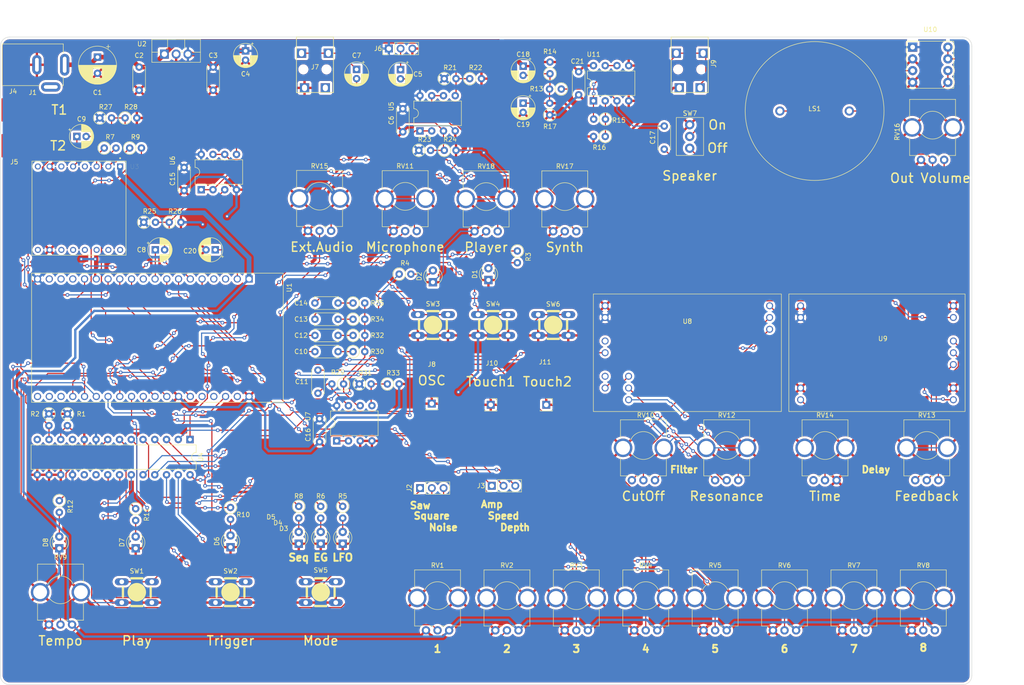
<source format=kicad_pcb>
(kicad_pcb (version 20211014) (generator pcbnew)
  (title_block (title "Gifu Creation Koubou Teaching Material") (date "2022-08-21") (rev "20220820") (company "Kinoshtia Laboratory"))
  (layers (0 "F.Cu" signal) (31 "B.Cu" signal) (34 "B.Paste" user) (35 "F.Paste" user) (36 "B.SilkS" user "B.Silkscreen") (37 "F.SilkS" user "F.Silkscreen") (38 "B.Mask" user) (39 "F.Mask" user) (44 "Edge.Cuts" user))
  (net 0 "")
  (net 1 "+9V")
  (net 2 "Net-(C17-Pad1)")
  (net 3 "GND")
  (net 6 "+5V")
  (net 7 "Net-(C5-Pad1)")
  (net 8 "Net-(C5-Pad2)")
  (net 9 "Net-(C7-Pad1)")
  (net 10 "Net-(C7-Pad2)")
  (net 12 "Audio_Out")
  (net 13 "Net-(C8-Pad2)")
  (net 14 "Player_Out")
  (net 18 "Net-(C9-Pad2)")
  (net 20 "Net-(C10-Pad1)")
  (net 23 "Net-(C10-Pad2)")
  (net 24 "Net-(C11-Pad1)")
  (net 25 "Net-(C11-Pad2)")
  (net 26 "Net-(C12-Pad1)")
  (net 27 "Net-(C12-Pad2)")
  (net 28 "Net-(C13-Pad1)")
  (net 29 "Net-(C13-Pad2)")
  (net 30 "Net-(C14-Pad1)")
  (net 31 "Net-(C14-Pad2)")
  (net 32 "Net-(D1-Pad2)")
  (net 33 "Net-(D2-Pad2)")
  (net 37 "Net-(D3-Pad2)")
  (net 38 "Net-(D4-Pad2)")
  (net 39 "Net-(D5-Pad2)")
  (net 40 "Net-(D6-Pad2)")
  (net 41 "Net-(D7-Pad2)")
  (net 42 "Net-(D8-Pad2)")
  (net 43 "Net-(J3-Pad1)")
  (net 44 "Net-(J3-Pad2)")
  (net 45 "Net-(J3-Pad3)")
  (net 47 "+3V3")
  (net 48 "SCK")
  (net 49 "SDA")
  (net 50 "Net-(R3-Pad1)")
  (net 51 "Net-(R4-Pad1)")
  (net 52 "Net-(R5-Pad1)")
  (net 53 "Net-(R6-Pad1)")
  (net 54 "Net-(R7-Pad1)")
  (net 55 "RX")
  (net 56 "Net-(R8-Pad1)")
  (net 57 "Net-(R9-Pad1)")
  (net 58 "TX")
  (net 59 "Net-(R10-Pad1)")
  (net 60 "Net-(R11-Pad1)")
  (net 61 "Net-(R12-Pad1)")
  (net 62 "Net-(R29-Pad1)")
  (net 63 "Net-(R31-Pad2)")
  (net 64 "V1")
  (net 65 "V2")
  (net 66 "V3")
  (net 67 "V4")
  (net 68 "V5")
  (net 69 "V6")
  (net 70 "V7")
  (net 71 "V8")
  (net 72 "V9")
  (net 73 "Net-(RV10-Pad1)")
  (net 74 "Net-(RV10-Pad2)")
  (net 75 "Net-(RV10-Pad3)")
  (net 76 "mic_Biased")
  (net 77 "Net-(RV12-Pad1)")
  (net 78 "Net-(RV12-Pad2)")
  (net 79 "Net-(RV12-Pad3)")
  (net 80 "Net-(RV13-Pad1)")
  (net 81 "Net-(RV13-Pad2)")
  (net 82 "Net-(RV13-Pad3)")
  (net 84 "Net-(RV14-Pad2)")
  (net 85 "ext.audio_Biased")
  (net 86 "DelayOut")
  (net 87 "Audio_Out_Biased")
  (net 88 "Player_out_Biased")
  (net 89 "Net-(SW1-Pad1)")
  (net 90 "Net-(SW2-Pad1)")
  (net 91 "Net-(SW3-Pad1)")
  (net 92 "Net-(SW4-Pad1)")
  (net 107 "FilterOut")
  (net 108 "Net-(J9-PadR)")
  (net 109 "Net-(LS1-Pad1)")
  (net 110 "Net-(LS1-Pad2)")
  (net 111 "Net-(SW7-Pad2)")
  (net 112 "Net-(U7-Pad1)")
  (net 113 "Net-(C17-Pad2)")
  (net 114 "VBias")
  (net 115 "Net-(U1-Pad2)")
  (net 116 "Touch1")
  (net 117 "Touch2")
  (net 118 "Net-(J2-Pad1)")
  (net 119 "Net-(J2-Pad2)")
  (net 120 "Net-(J2-Pad3)")
  (net 121 "Net-(R15-Pad1)")
  (net 122 "Net-(SW5-Pad2)")
  (net 123 "Net-(SW6-Pad2)")
  (net 124 "Net-(U11-Pad6)")
  (footprint "Connector_PinSocket_2.54mm:PinSocket_1x01_P2.54mm_Vertical" (layer "F.Cu") (at 156 99.5)
    (fp_text reference "J10")
    (fp_text value "Conn_01x01")
  )
  (footprint "my_footprint:SW_Tactile_6mm_x_6mm_Futsuuno_Akizuki_nadoniaruyatsu" (layer "F.Cu") (at 119.25 140 180)
    (fp_text reference "SW5")
    (fp_text value "SW_SPST")
  )
  (footprint "Resistor_THT:R_Axial_DIN0207_L6.3mm_D2.5mm_P2.54mm_Vertical" (layer "F.Cu") (at 119.25 121.455 -90)
    (fp_text reference "R6")
    (fp_text value "1k")
  )
  (footprint "Resistor_THT:R_Axial_DIN0207_L6.3mm_D2.5mm_P2.54mm_Vertical" (layer "F.Cu") (at 171.25 31.25 180)
    (fp_text reference "R13")
    (fp_text value "10k")
  )
  (footprint "Capacitor_THT:CP_Radial_D5.0mm_P2.00mm" (layer "F.Cu") (at 83.5 66)
    (fp_text reference "C8")
    (fp_text value "100u")
  )
  (footprint "Resistor_THT:R_Axial_DIN0207_L6.3mm_D2.5mm_P2.54mm_Vertical" (layer "F.Cu") (at 86.5 60.044888)
    (fp_text reference "R26")
    (fp_text value "10k")
  )
  (footprint "Capacitor_THT:C_Disc_D5.0mm_W2.5mm_P5.00mm" (layer "F.Cu") (at 80 26.5 -90)
    (fp_text reference "C2")
    (fp_text value "100n")
  )
  (footprint "Resistor_THT:R_Axial_DIN0207_L6.3mm_D2.5mm_P2.54mm_Vertical" (layer "F.Cu") (at 133.65 95)
    (fp_text reference "R33")
    (fp_text value "10k")
  )
  (footprint "Resistor_THT:R_Axial_DIN0207_L6.3mm_D2.5mm_P2.54mm_Vertical" (layer "F.Cu") (at 126.235 88)
    (fp_text reference "R30")
    (fp_text value "47k")
  )
  (footprint "LED_THT:LED_D3.0mm" (layer "F.Cu") (at 114.5 129.525 90)
    (fp_text reference "D5")
    (fp_text value "LED")
  )
  (footprint "LED_THT:LED_D3.0mm" (layer "F.Cu") (at 119.25 129.525 90)
    (fp_text reference "D4")
    (fp_text value "LED")
  )
  (footprint "Capacitor_THT:CP_Radial_D5.0mm_P2.00mm" (layer "F.Cu") (at 136.5 27.044888 -90)
    (fp_text reference "C5")
    (fp_text value "100u")
  )
  (footprint "Resistor_THT:R_Axial_DIN0207_L6.3mm_D2.5mm_P2.54mm_Vertical" (layer "F.Cu") (at 180.79 37.75 180)
    (fp_text reference "R15")
    (fp_text value "10k")
  )
  (footprint "Capacitor_THT:CP_Radial_D5.0mm_P2.00mm" (layer "F.Cu") (at 163 34.294888 -90)
    (fp_text reference "C19")
    (fp_text value "220u")
  )
  (footprint "Resistor_THT:R_Axial_DIN0207_L6.3mm_D2.5mm_P2.54mm_Vertical" (layer "F.Cu") (at 126.24 84.5)
    (fp_text reference "R32")
    (fp_text value "47k")
  )
  (footprint "my_footprint:touch_electrode" (layer "F.Cu") (at 54.25 35.75 90)
    (fp_text reference "J4")
    (fp_text value "Conn_01x01")
  )
  (footprint "Capacitor_THT:CP_Radial_D5.0mm_P2.00mm" (layer "F.Cu") (at 96.455112 66 180)
    (fp_text reference "C20")
    (fp_text value "100u")
  )
  (footprint "Resistor_THT:R_Axial_DIN0207_L6.3mm_D2.5mm_P2.54mm_Vertical" (layer "F.Cu") (at 126.235 81)
    (fp_text reference "R34")
    (fp_text value "47k")
  )
  (footprint "Resistor_THT:R_Axial_DIN0207_L6.3mm_D2.5mm_P2.54mm_Vertical" (layer "F.Cu") (at 76.96 37.5)
    (fp_text reference "R28")
    (fp_text value "10k")
  )
  (footprint "Resistor_THT:R_Axial_DIN0207_L6.3mm_D2.5mm_P2.54mm_Vertical" (layer "F.Cu") (at 161.75 66.25 -90)
    (fp_text reference "R3")
    (fp_text value "1k")
  )
  (footprint "Connector_PinHeader_2.54mm:PinHeader_1x03_P2.54mm_Vertical" (layer "F.Cu") (at 140.725 117.5 90)
    (fp_text reference "J2")
    (fp_text value "Conn_01x03")
  )
  (footprint "Resistor_THT:R_Axial_DIN0207_L6.3mm_D2.5mm_P2.54mm_Vertical" (layer "F.Cu") (at 168.8 27.945 90)
    (fp_text reference "R14")
    (fp_text value "10k")
  )
  (footprint "my_footprint:Potentiometer_Alps_RK09K_Horizontal_CORRECTED" (layer "F.Cu") (at 252.75 115.8 90)
    (fp_text reference "RV13")
    (fp_text value "50k")
  )
  (footprint "Capacitor_THT:C_Disc_D5.0mm_W2.5mm_P5.00mm" (layer "F.Cu") (at 118 77.5)
    (fp_text reference "C14")
    (fp_text value "1u")
  )
  (footprint "Capacitor_THT:C_Disc_D5.0mm_W2.5mm_P5.00mm" (layer "F.Cu") (at 118.65 97 90)
    (fp_text reference "C11")
    (fp_text value "1u")
  )
  (footprint "Resistor_THT:R_Axial_DIN0207_L6.3mm_D2.5mm_P2.54mm_Vertical" (layer "F.Cu") (at 62.75 120.205 -90)
    (fp_text reference "R12")
    (fp_text value "1k")
  )
  (footprint "Resistor_THT:R_Axial_DIN0207_L6.3mm_D2.5mm_P2.54mm_Vertical" (layer "F.Cu") (at 136.205 71.25)
    (fp_text reference "R4")
    (fp_text value "1k")
  )
  (footprint "my_footprint:Potentiometer_Alps_RK09K_Horizontal_CORRECTED" (layer "F.Cu") (at 174.5 62 90)
    (fp_text reference "RV17")
    (fp_text value "10k")
  )
  (footprint "Capacitor_THT:C_Disc_D5.0mm_W2.5mm_P5.00mm" (layer "F.Cu") (at 96 26.5 -90)
    (fp_text reference "C3")
    (fp_text value "100n")
  )
  (footprint "Resistor_THT:R_Axial_DIN0207_L6.3mm_D2.5mm_P2.54mm_Vertical" (layer "F.Cu") (at 79.25 121.955 -90)
    (fp_text reference "R11")
    (fp_text value "1k")
  )
  (footprint "Connector_PinHeader_2.54mm:PinHeader_1x03_P2.54mm_Vertical" (layer "F.Cu") (at 133.975 22.5 90)
    (fp_text reference "J6")
    (fp_text value "Conn_01x03")
  )
  (footprint "my_footprint:Speaker_UGSM30B-8-01" (layer "F.Cu") (at 226 36)
    (fp_text reference "LS1")
    (fp_text value "Speaker")
  )
  (footprint "my_footprint:3.5mm_Stereo_TRS_PJ-3210-4A_and_ST-005-G" (layer "F.Cu") (at 118 20 -90)
    (fp_text reference "J7")
    (fp_text value "AudioJack3")
  )
  (footprint "gifu-creation-koubou:delay" (layer "F.Cu") (at 240.75 88.25)
    (fp_text reference "U9")
    (fp_text value "gifu-creation-delay")
  )
  (footprint "snapeda:MODULE_ESP32-DEVKITC-32D" (layer "F.Cu") (at 84 85 -90)
    (fp_text reference "U1")
    (fp_text value "ESP32-DEVKITC-32D")
  )
  (footprint "Capacitor_THT:CP_Radial_D5.0mm_P2.00mm" (layer "F.Cu") (at 163 26.294888 -90)
    (fp_text reference "C18")
    (fp_text value "220u")
  )
  (footprint "my_footprint:AMP_Module_PAM8012_Akizuki" (layer "F.Cu") (at 251 26)
    (fp_text reference "U10")
    (fp_text value "AMP_MODULE_PAM8012_Akizuki")
  )
  (footprint "Package_DIP:DIP-8_W7.62mm" (layer "F.Cu") (at 178.2 33.8 90)
    (fp_text reference "U11")
    (fp_text value "NJM4580")
  )
  (footprint "my_footprint:SW_Tactile_6mm_x_6mm_Futsuuno_Akizuki_nadoniaruyatsu" (layer "F.Cu") (at 79.5 140)
    (fp_text reference "SW1")
    (fp_text value "SW_SPST")
  )
  (footprint "Resistor_THT:R_Axial_DIN0207_L6.3mm_D2.5mm_P2.54mm_Vertical" (layer "F.Cu") (at 71.5 37.5)
    (fp_text reference "R27")
    (fp_text value "10k")
  )
  (footprint "Resistor_THT:R_Axial_DIN0207_L6.3mm_D2.5mm_P2.54mm_Vertical" (layer "F.Cu") (at 99.75 121.705 -90)
    (fp_text reference "R10")
    (fp_text value "1k")
  )
  (footprint "my_footprint:Potentiometer_Alps_RK09K_Horizontal_CORRECTED" (layer "F.Cu") (at 177 148.25 90)
    (fp_text reference "RV3")
    (fp_text value "10k")
  )
  (footprint "Resistor_THT:R_Axial_DIN0207_L6.3mm_D2.5mm_P2.54mm_Vertical" (layer "F.Cu") (at 140.455 44.5)
    (fp_text reference "R23")
    (fp_text value "10k")
  )
  (footprint "my_footprint:Potentiometer_Alps_RK09K_Horizontal_CORRECTED" (layer "F.Cu") (at 254 46.55 90)
    (fp_text reference "RV16")
    (fp_text value "10k")
  )
  (footprint "my_footprint:Potentiometer_Alps_RK09K_Horizontal_CORRECTED" (layer "F.Cu") (at 65.5 147 90)
    (fp_text reference "RV9")
    (fp_text value "10k")
  )
  (footprint "Resistor_THT:R_Axial_DIN0207_L6.3mm_D2.5mm_P2.54mm_Vertical" (layer "F.Cu") (at 72.455 44)
    (fp_text reference "R7")
    (fp_text value "1k")
  )
  (footprint "my_footprint:Potentiometer_Alps_RK09K_Horizontal_CORRECTED" (layer "F.Cu") (at 209.5 115.8 90)
    (fp_text reference "RV12")
    (fp_text value "100k")
  )
  (footprint "Capacitor_THT:C_Disc_D5.0mm_W2.5mm_P5.00mm" (layer "F.Cu") (at 193.5 44.25 90)
    (fp_text reference "C17")
    (fp_text value "1u")
  )
  (footprint "Resistor_THT:R_Axial_DIN0207_L6.3mm_D2.5mm_P2.54mm_Vertical" (layer "F.Cu") (at 151.455 29)
    (fp_text reference "R22")
    (fp_text value "10k")
  )
  (footprint "LED_THT:LED_D3.0mm" (layer "F.Cu") (at 79.25 130.525 90)
    (fp_text reference "D7")
    (fp_text value "LED")
  )
  (footprint "LED_THT:LED_D3.0mm" (layer "F.Cu") (at 99.75 130.275 90)
    (fp_text reference "D6")
    (fp_text value "LED")
  )
  (footprint "Package_DIP:DIP-8_W7.62mm" (layer "F.Cu") (at 140.7 40.3 90)
    (fp_text reference "U5")
    (fp_text value "NJU7043D")
  )
  (footprint "Resistor_THT:R_Axial_DIN0207_L6.3mm_D2.5mm_P2.54mm_Vertical" (layer "F.Cu") (at 145.955 29)
    (fp_text reference "R21")
    (fp_text value "10k")
  )
  (footprint "Package_DIP:DIP-8_W7.62mm" (layer "F.Cu") (at 93.42 53 90)
    (fp_text reference "U6")
    (fp_text value "NJU7043D")
  )
  (footprint "Resistor_THT:R_Axial_DIN0207_L6.3mm_D2.5mm_P2.54mm_Vertical" (layer "F.Cu") (at 145.955 44.5)
    (fp_text reference "R24")
    (fp_text value "10k")
  )
  (footprint "Capacitor_THT:C_Disc_D5.0mm_W2.5mm_P5.00mm" (layer "F.Cu") (at 118 88)
    (fp_text reference "C10")
    (fp_text value "1u")
  )
  (footprint "Connector_PinHeader_2.54mm:PinHeader_1x03_P2.54mm_Vertical" (layer "F.Cu") (at 156.225 117 90)
    (fp_text reference "J3")
    (fp_text value "Conn_01x03")
  )
  (footprint "my_footprint:Potentiometer_Alps_RK09K_Horizontal_CORRECTED" (layer "F.Cu") (at 252 148.25 90)
    (fp_text reference "RV8")
    (fp_text value "10k")
  )
  (footprint "my_footprint:Potentiometer_Alps_RK09K_Horizontal_CORRECTED" (layer "F.Cu") (at 237 148.25 90)
    (fp_text reference "RV7")
    (fp_text value "10k")
  )
  (footprint "my_footprint:Potentiometer_Alps_RK09K_Horizontal_CORRECTED" (layer "F.Cu") (at 140 61.95 90)
    (fp_text reference "RV11")
    (fp_text value "10k")
  )
  (footprint "my_footprint:Potentiometer_Alps_RK09K_Horizontal_CORRECTED" (layer "F.Cu") (at 207 148.25 90)
    (fp_text reference "RV5")
    (fp_text value "10k")
  )
  (footprint "Resistor_THT:R_Axial_DIN0207_L6.3mm_D2.5mm_P2.54mm_Vertical" (layer "F.Cu") (at 180.75 41.5 180)
    (fp_text reference "R16")
    (fp_text value "2.2k")
  )
  (footprint "Capacitor_THT:C_Disc_D5.0mm_W2.5mm_P5.00mm" (layer "F.Cu") (at 89.72 48.2 -90)
    (fp_text reference "C15")
    (fp_text value "100n")
  )
  (footprint "Resistor_THT:R_Axial_DIN0207_L6.3mm_D2.5mm_P2.54mm_Vertical" (layer "F.Cu") (at 64.5 101.455 -90)
    (fp_text reference "R1")
    (fp_text value "1k")
  )
  (footprint "my_footprint:Switch_Toggle_PCB_Mount_Akizuki_2MS1-T1-B4-M2-Q-E" (layer "F.Cu") (at 199 41.5 180)
    (fp_text reference "SW7")
    (fp_text value "SW_SPDT")
  )
  (footprint "Capacitor_THT:CP_Radial_D5.0mm_P2.00mm" (layer "F.Cu") (at 103 23 -90)
    (fp_text reference "C4")
    (fp_text value "100u")
  )
  (footprint "my_footprint:Potentiometer_Alps_RK09K_Horizontal_CORRECTED" (layer "F.Cu") (at 121.5 61.9 90)
    (fp_text reference "RV15")
    (fp_text value "10k")
  )
  (footprint "gifu-creation-koubou:filter_13700" (layer "F.Cu") (at 198.5 88.25)
    (fp_text reference "U8")
    (fp_text value "gifu-creation-filter")
  )
  (footprint "Capacitor_THT:CP_Radial_D5.0mm_P2.00mm" (layer "F.Cu") (at 66.544888 41.5)
    (fp_text reference "C9")
    (fp_text value "100u")
  )
  (footprint "my_footprint:Potentiometer_Alps_RK09K_Horizontal_CORRECTED" (layer "F.Cu") (at 222 148.25 90)
    (fp_text reference "RV6")
    (fp_text value "10k")
  )
  (footprint "snapeda:MODULE_DFR0299" (layer "F.Cu") (at 67 57 -90)
    (fp_text reference "U3")
    (fp_text value "DFR0299")
  )
  (footprint "Package_DIP:DIP-28_W7.62mm" (layer "F.Cu") (at 91 107 -90)
    (fp_text reference "U4")
    (fp_text value "MCP23017_SP")
  )
  (footprint "LED_THT:LED_D3.0mm" (layer "F.Cu") (at 143.5 73 90)
    (fp_text reference "D2")
    (fp_text value "LED")
  )
  (footprint "Capacitor_THT:C_Disc_D5.0mm_W2.5mm_P5.00mm" (layer "F.Cu") (at 175 27.5 -90)
    (fp_text reference "C21")
    (fp_text value "100n")
  )
  (footprint "Resistor_THT:R_Axial_DIN0207_L6.3mm_D2.5mm_P2.54mm_Vertical" (layer "F.Cu") (at 168.75 36.845 90)
    (fp_text reference "R17")
    (fp_text value "10k")
  )
  (footprint "Capacitor_THT:C_Disc_D5.0mm_W2.5mm_P5.00mm" (layer "F.Cu") (at 137 35.5 -90)
    (fp_text reference "C6")
    (fp_text value "100n")
  )
  (footprint "Resistor_THT:R_Axial_DIN0207_L6.3mm_D2.5mm_P2.54mm_Vertical" (layer "F.Cu") (at 127.605 95)
    (fp_text reference "R31")
    (fp_text value "10k")
  )
  (footprint "Capacitor_THT:C_Disc_D5.0mm_W2.5mm_P5.00mm" (layer "F.Cu") (at 119 102.5 -90)
    (fp_text reference "C16")
    (fp_text value "100n")
  )
  (footprint "my_footprint:SW_Tactile_6mm_x_6mm_Futsuuno_Akizuki_nadoniaruyatsu" (layer "F.Cu") (at 169.5 82.25 180)
    (fp_text reference "SW6")
    (fp_text value "SW_SPST")
  )
  (footprint "my_footprint:Potentiometer_Alps_RK09K_Horizontal_CORRECTED" (layer "F.Cu") (at 157.5 62 90)
    (fp_text reference "RV18")
    (fp_text value "10k")
  )
  (footprint "my_footprint:Potentiometer_Alps_RK09K_Horizontal_CORRECTED" (layer "F.Cu") (at 230.75 115.8 90)
    (fp_text reference "RV14")
    (fp_text value "50k")
  )
  (footprint "Resistor_THT:R_Axial_DIN0207_L6.3mm_D2.5mm_P2.54mm_Vertical" (layer "F.Cu") (at 124 121.455 -90)
    (fp_text reference "R5")
    (fp_text value "1k")
  )
  (footprint "Capacitor_THT:CP_Radial_D5.0mm_P2.00mm" (layer "F.Cu") (at 127 27 -90)
    (fp_text reference "C7")
    (fp_text value "100u")
  )
  (footprint "my_footprint:Potentiometer_Alps_RK09K_Horizontal_CORRECTED" (layer "F.Cu") (at 147 148.25 90)
    (fp_text reference "RV1")
    (fp_text value "10k")
  )
  (footprint "LED_THT:LED_D3.0mm" (layer "F.Cu") (at 155.5 72.525 90)
    (fp_text reference "D1")
    (fp_text value "LED")
  )
  (footprint "LED_THT:LED_D3.0mm" (layer "F.Cu") (at 62.75 130.525 90)
    (fp_text reference "D8")
    (fp_text value "LED")
  )
  (footprint "Resistor_THT:R_Axial_DIN0207_L6.3mm_D2.5mm_P2.54mm_Vertical" (layer "F.Cu") (at 81 60.044888)
    (fp_text reference "R25")
    (fp_text value "10k")
  )
  (footprint "my_footprint:Potentiometer_Alps_RK09K_Horizontal_CORRECTED" (layer "F.Cu") (at 191.5 115.8 90)
    (fp_text reference "RV10")
    (fp_text value "100k")
  )
  (footprint "my_footprint:SW_Tactile_6mm_x_6mm_Futsuuno_Akizuki_nadoniaruyatsu" (layer "F.Cu") (at 143.5 82.25)
    (fp_text reference "SW3")
    (fp_text value "SW_SPST")
  )
  (footprint "Resistor_THT:R_Axial_DIN0207_L6.3mm_D2.5mm_P2.54mm_Vertical" (layer "F.Cu") (at 60.5 101.455 -90)
    (fp_text reference "R2")
    (fp_text value "1k")
  )
  (footprint "my_footprint:Potentiometer_Alps_RK09K_Horizontal_CORRECTED" (layer "F.Cu") (at 162 148.25 90)
    (fp_text reference "RV2")
    (fp_text value "10k")
  )
  (footprint "Resistor_THT:R_Axial_DIN0207_L6.3mm_D2.5mm_P2.54mm_Vertical" (layer "F.Cu") (at 126.235 77.5)
    (fp_text reference "R35")
    (fp_text value "10k")
  )
  (footprint "Connector_PinSocket_2.54mm:PinSocket_1x01_P2.54mm_Vertical" (layer "F.Cu") (at 143.25 99.25)
    (fp_text reference "J8")
    (fp_text value "Conn_01x01")
  )
  (footprint "OPL_Connector:DCJ3P-14.2X11.0X9.0MM" (layer "F.Cu") (at 57 26)
    (fp_text reference "J1")
    (fp_text value "Jack-DC")
  )
  (footprint "Package_DIP:DIP-8_W7.62mm" (layer "F.Cu") (at 122.7 107.3 90)
    (fp_text reference "U7")
    (fp_text value "NJU7043D")
  )
  (footprint "Capacitor_THT:CP_Radial_D8.0mm_P3.50mm" (layer "F.Cu") (at 71 24.347349 -90)
    (fp_text reference "C1")
    (fp_text value "470u")
  )
  (footprint "Resistor_THT:R_Axial_DIN0207_L6.3mm_D2.5mm_P2.54mm_Vertical" (layer "F.Cu") (at 77.955 44)
    (fp_text reference "R9")
    (fp_text value "1k")
  )
  (footprint "Resistor_THT:R_Axial_DIN0207_L6.3mm_D2.5mm_P2.54mm_Vertical" (layer "F.Cu") (at 114.5 121.455 -90)
    (fp_text reference "R8")
    (fp_text value "1k")
  )
  (footprint "Resistor_THT:R_Axial_DIN0207_L6.3mm_D2.5mm_P2.54mm_Vertical" (layer "F.Cu") (at 124.195 95 180)
    (fp_text reference "R29")
    (fp_text value "47k")
  )
  (footprint "Package_TO_SOT_THT:TO-220F-3_Vertical" (layer "F.Cu") (at 85.46 23.695)
    (fp_text reference "U2")
    (fp_text value "L7805")
  )
  (footprint "my_footprint:3.5mm_Stereo_TRS_PJ-3210-4A_and_ST-005-G" (layer "F.Cu") (at 199 20 -90)
    (fp_text reference "J9")
    (fp_text value "AudioJack3")
  )
  (footprint "my_footprint:SW_Tactile_6mm_x_6mm_Futsuuno_Akizuki_nadoniaruyatsu" (layer "F.Cu") (at 156.5 82.25)
    (fp_text reference "SW4")
    (fp_text value "SW_SPST")
  )
  (footprint "my_footprint:Potentiometer_Alps_RK09K_Horizontal_CORRECTED" (layer "F.Cu") (at 192 148.25 90)
    (fp_text reference "RV4")
    (fp_text value "10k")
  )
  (footprint "Connector_PinSocket_2.54mm:PinSocket_1x01_P2.54mm_Vertical" (layer "F.Cu") (at 168 99.5)
    (fp_text reference "J11")
    (fp_text value "Conn_01x01")
  )
  (footprint "Capacitor_THT:C_Disc_D5.0mm_W2.5mm_P5.00mm" (layer "F.Cu") (at 118 84.5)
    (fp_text reference "C12")
    (fp_text value "1u")
  )
  (footprint "Capacitor_THT:C_Disc_D5.0mm_W2.5mm_P5.00mm" (layer "F.Cu") (at 118 81)
    (fp_text reference "C13")
    (fp_text value "1u")
  )
  (footprint "my_footprint:touch_electrode" (layer "F.Cu") (at 54.25 43.5 90)
    (fp_text reference "J5")
    (fp_text value "Conn_01x01")
  )
  (footprint "my_footprint:SW_Tactile_6mm_x_6mm_Futsuuno_Akizuki_nadoniaruyatsu" (layer "F.Cu") (at 99.75 140)
    (fp_text reference "SW2")
    (fp_text value "SW_SPST")
  )
  (footprint "LED_THT:LED_D3.0mm" (layer "F.Cu") (at 124 129.525 90)
    (fp_text reference "D3")
    (fp_text value "LED")
  )
  (gr_line (start 260 22) (end 260 158) (layer "Edge.Cuts") (width 0.1))
  (gr_line (start 258 160) (end 52 160) (layer "Edge.Cuts") (width 0.1))
  (gr_line (start 50 158) (end 50 22) (layer "Edge.Cuts") (width 0.1))
  (gr_arc (start 50 22) (mid 50.585786 20.585786) (end 52 20) (layer "Edge.Cuts") (width 0.1))
  (gr_line (start 52 20) (end 258 20) (layer "Edge.Cuts") (width 0.1))
  (gr_arc (start 260 158) (mid 259.414214 159.414214) (end 258 160) (layer "Edge.Cuts") (width 0.1))
  (gr_arc (start 258 20) (mid 259.414214 20.585786) (end 260 22) (layer "Edge.Cuts") (width 0.1))
  (gr_arc (start 52 160) (mid 50.585786 159.414214) (end 50 158) (layer "Edge.Cuts") (width 0.1))
  (gr_text "On" (at 205 39) (layer "F.SilkS") (effects (font (size 2 2) (thickness 0.3))))
  (gr_text "Ext.Audio" (at 119.5 65.4) (layer "F.SilkS") (effects (font (size 2 2) (thickness 0.3))))
  (gr_text "Touch1" (at 156 94.5) (layer "F.SilkS") (effects (font (size 2 2) (thickness 0.3))))
  (gr_text "3" (at 174.5 152.25) (layer "F.SilkS") (effects (font (size 1.6 1.6) (thickness 0.4))))
  (gr_text "Delay" (at 239.25 113.5) (layer "F.SilkS") (effects (font (size 1.5 1.5) (thickness 0.375))))
  (gr_text "Off" (at 205 44) (layer "F.SilkS") (effects (font (size 2 2) (thickness 0.3))))
  (gr_text "Resonance" (at 207 119.25) (layer "F.SilkS") (effects (font (size 2 2) (thickness 0.3))))
  (gr_text "Mode" (at 119.25 150.5) (layer "F.SilkS") (effects (font (size 2 2) (thickness 0.3))))
  (gr_text "Touch2" (at 168.25 94.5) (layer "F.SilkS") (effects (font (size 2 2) (thickness 0.3))))
  (gr_text "Amp" (at 156.25 121) (layer "F.SilkS") (effects (font (size 1.5 1.5) (thickness 0.375))))
  (gr_text "2" (at 159.5 152.25) (layer "F.SilkS") (effects (font (size 1.6 1.6) (thickness 0.4))))
  (gr_text "Play" (at 79.5 150.5) (layer "F.SilkS") (effects (font (size 2 2) (thickness 0.3))))
  (gr_text "T2\n" (at 62.5 43.5) (layer "F.SilkS") (effects (font (size 2 2) (thickness 0.3))))
  (gr_text "EG" (at 119.25 132.5) (layer "F.SilkS") (effects (font (size 1.6 1.6) (thickness 0.4))))
  (gr_text "Feedback" (at 250.25 119.25) (layer "F.SilkS") (effects (font (size 2 2) (thickness 0.3))))
  (gr_text "Filter" (at 197.75 113.5) (layer "F.SilkS") (effects (font (size 1.5 1.5) (thickness 0.375))))
  (gr_text "7" (at 234.5 152.25) (layer "F.SilkS") (effects (font (size 1.6 1.6) (thickness 0.4))))
  (gr_text "Noise" (at 145.75 126) (layer "F.SilkS") (effects (font (size 1.5 1.5) (thickness 0.375))))
  (gr_text "8" (at 249.5 152) (layer "F.SilkS") (effects (font (size 1.6 1.6) (thickness 0.4))))
  (gr_text "CutOff" (at 189 119.25) (layer "F.SilkS") (effects (font (size 2 2) (thickness 0.3))))
  (gr_text "Microphone" (at 137.5 65.4) (layer "F.SilkS") (effects (font (size 2 2) (thickness 0.3))))
  (gr_text "Speed" (at 158.75 123.5) (layer "F.SilkS") (effects (font (size 1.5 1.5) (thickness 0.375))))
  (gr_text "OSC" (at 143.25 94.25) (layer "F.SilkS") (effects (font (size 2 2) (thickness 0.3))))
  (gr_text "Square" (at 143.25 123.5) (layer "F.SilkS") (effects (font (size 1.5 1.5) (thickness 0.375))))
  (gr_text "4" (at 189.5 152.25) (layer "F.SilkS") (effects (font (size 1.6 1.6) (thickness 0.4))))
  (gr_text "5" (at 204.5 152.25) (layer "F.SilkS") (effects (font (size 1.6 1.6) (thickness 0.4))))
  (gr_text "Depth" (at 161.25 126) (layer "F.SilkS") (effects (font (size 1.5 1.5) (thickness 0.375))))
  (gr_text "Saw" (at 140.75 121.25) (layer "F.SilkS") (effects (font (size 1.5 1.5) (thickness 0.375))))
  (gr_text "Synth" (at 172 65.45) (layer "F.SilkS") (effects (font (size 2 2) (thickness 0.3))))
  (gr_text "Time" (at 228.25 119.25) (layer "F.SilkS") (effects (font (size 2 2) (thickness 0.3))))
  (gr_text "Tempo" (at 63 150.5) (layer "F.SilkS") (effects (font (size 2 2) (thickness 0.3))))
  (gr_text "Speaker" (at 199 50) (layer "F.SilkS") (effects (font (size 2 2) (thickness 0.3))))
  (gr_text "6" (at 219.5 152.25) (layer "F.SilkS") (effects (font (size 1.6 1.6) (thickness 0.4))))
  (gr_text "Trigger" (at 99.75 150.5) (layer "F.SilkS") (effects (font (size 2 2) (thickness 0.3))))
  (gr_text "LFO" (at 124 132.5) (layer "F.SilkS") (effects (font (size 1.6 1.6) (thickness 0.4))))
  (gr_text "1" (at 144.5 152.25) (layer "F.SilkS") (effects (font (size 1.6 1.6) (thickness 0.4))))
  (gr_text "Player" (at 155 65.45) (layer "F.SilkS") (effects (font (size 2 2) (thickness 0.3))))
  (gr_text "T1\n" (at 62.75 35.75) (layer "F.SilkS") (effects (font (size 2 2) (thickness 0.3))))
  (gr_text "Out Volume" (at 251 50.5) (layer "F.SilkS") (effects (font (size 2 2) (thickness 0.3))))
  (gr_text "Seq" (at 114.5 132.5) (layer "F.SilkS") (effects (font (size 1.6 1.6) (thickness 0.4))))
  (segment (start 82.655 26.5) (end 85.46 23.695) (width 1) (layer "F.Cu") (net 1))
  (segment (start 168.8 25.405) (end 166.195 25.405) (width 0.5) (layer "F.Cu") (net 1))
  (segment (start 175 27.5) (end 172.905 25.405) (width 0.5) (layer "F.Cu") (net 1))
  (segment (start 63.9 26) (end 69.347349 26) (width 1) (layer "F.Cu") (net 1))
  (segment (start 85.46 23.695) (end 88.204511 20.950489) (width 1) (layer "F.Cu") (net 1))
  (segment (start 80 26.5) (end 82.655 26.5) (width 1) (layer "F.Cu") (net 1))
  (segment (start 176.32 26.18) (end 178.2 26.18) (width 0.5) (layer "F.Cu") (net 1))
  (segment (start 77.847349 24.347349) (end 80 26.5) (width 1) (layer "F.Cu") (net 1))
  (segment (start 166.195 25.405) (end 165.305112 26.294888) (width 0.5) (layer "F.Cu") (net 1))
  (segment (start 88.204511 20.950489) (end 157.655601 20.950489) (width 1) (layer "F.Cu") (net 1))
  (segment (start 71 24.347349) (end 77.847349 24.347349) (width 1) (layer "F.Cu") (net 1))
  (segment (start 165.305112 26.294888) (end 163 26.294888) (width 0.5) (layer "F.Cu") (net 1))
  (segment (start 175 27.5) (end 176.32 26.18) (width 0.5) (layer "F.Cu") (net 1))
  (segment (start 172.905 25.405) (end 168.8 25.405) (width 0.5) (layer "F.Cu") (net 1))
  (segment (start 157.655601 20.950489) (end 163 26.294888) (width 1) (layer "F.Cu") (net 1))
  (segment (start 69.347349 26) (end 71 24.347349) (width 1) (layer "F.Cu") (net 1))
  (segment (start 250.275489 45.325489) (end 200.285489 45.325489) (width 0.25) (layer "F.Cu") (net 2))
  (segment (start 246.25 53.25) (end 251.5 48) (width 0.25) (layer "F.Cu") (net 2))
  (segment (start 251.5 46.55) (end 250.275489 45.325489) (width 0.25) (layer "F.Cu") (net 2))
  (segment (start 202.5 53.25) (end 246.25 53.25) (width 0.25) (layer "F.Cu") (net 2))
  (segment (start 200.285489 45.325489) (end 199 44.04) (width 0.25) (layer "F.Cu") (net 2))
  (segment (start 193.5 44.25) (end 202.5 53.25) (width 0.25) (layer "F.Cu") (net 2))
  (segment (start 251.5 48) (end 251.5 47.5) (width 0.25) (layer "F.Cu") (net 2))
  (segment (start 135 61.95) (end 133.1 60.05) (width 0.25) (layer "F.Cu") (net 3))
  (segment (start 97.25 60.5) (end 99 58.75) (width 0.5) (layer "F.Cu") (net 3))
  (segment (start 70.5 68) (end 70.5 72.06) (width 0.5) (layer "F.Cu") (net 3))
  (segment (start 62.633 68) (end 67.5 68) (width 0.5) (layer "F.Cu") (net 3))
  (segment (start 60.65 66.017) (end 62.633 68) (width 0.5) (layer "F.Cu") (net 3))
  (segment (start 93.75 60.5) (end 97.25 60.5) (width 0.5) (layer "F.Cu") (net 3))
  (segment (start 70.5 72.06) (end 70.74 72.3) (width 0.5) (layer "F.Cu") (net 3))
  (segment (start 133.1 60.05) (end 133.1 54.95) (width 0.25) (layer "F.Cu") (net 3))
  (via (at 154.5 45) (size 0.8) (drill 0.4) (layers "F.Cu" "B.Cu") (net 3))
  (via (at 149 96.75) (size 0.8) (drill 0.4) (layers "F.Cu" "B.Cu") (net 3))
  (via (at 93.75 60.5) (size 0.8) (drill 0.4) (layers "F.Cu" "B.Cu") (net 3))
  (via (at 99 58.75) (size 0.8) (drill 0.4) (layers "F.Cu" "B.Cu") (net 3))
  (via (at 67.5 68) (size 0.8) (drill 0.4) (layers "F.Cu" "B.Cu") (net 3))
  (via (at 70.5 68) (size 0.8) (drill 0.4) (layers "F.Cu" "B.Cu") (net 3))
  (segment (start 147.195489 39.175489) (end 148.32 40.3) (width 0.25) (layer "B.Cu") (net 3))
  (segment (start 153.25 92.5) (end 149 96.75) (width 0.5) (layer "B.Cu") (net 3))
  (segment (start 108 109.5) (end 117 109.5) (width 0.5) (layer "B.Cu") (net 3))
  (segment (start 92.67 50.25) (end 98.29 50.25) (width 0.5) (layer "B.Cu") (net 3))
  (segment (start 90.82 100) (end 101.46 100) (width 0.5) (layer "B.Cu") (net 3))
  (segment (start 93.294888 60.044888) (end 93.75 60.5) (width 0.5) (layer "B.Cu") (net 3))
  (segment (start 67.5 68) (end 70.5 68) (width 0.5) (layer "B.Cu") (net 3))
  (segment (start 199 106.5) (end 195.7 106.5) (width 0.25) (layer "B.Cu") (net 3))
  (segment (start 101.46 100) (end 103.76 97.7) (width 0.5) (layer "B.Cu") (net 3))
  (segment (start 154 44.5) (end 154.5 45) (width 0.25) (layer "B.Cu") (net 3))
  (segment (start 133.1 54.95) (end 141.9 54.95) (width 0.25) (layer "B.Cu") (net 3))
  (segment (start 119 106) (end 122.75 102.25) (width 0.5) (layer "B.Cu") (net 3))
  (segment (start 107.25 108.75) (end 108 109.5) (width 0.5) (layer "B.Cu") (net 3))
  (segment (start 145.75 70.75) (end 145.75 65.75) (width 0.25) (layer "B.Cu") (net 3))
  (segment (start 137 40) (end 137.824511 39.175489) (width 0.25) (layer "B.Cu") (net 3))
  (segment (start 202.6 108.8) (end 211.4 108.8) (width 0.25) (layer "B.Cu") (net 3))
  (segment (start 101.04 56.71) (end 101.04 53) (width 0.5) (layer "B.Cu") (net 3))
  (segment (start 133.75 102.25) (end 136.19 99.81) (width 0.5) (layer "B.Cu") (net 3))
  (segment (start 99 58.75) (end 101.04 56.71) (width 0.5) (layer "B.Cu") (net 3))
  (segment (start 159.4 49.9) (end 154.5 45) (width 0.25) (layer "B.Cu") (net 3))
  (segment (start 98.29 50.25) (end 101.04 53) (width 0.5) (layer "B.Cu") (net 3))
  (segment (start 119 107.5) (end 119 106) (width 0.5) (layer "B.Cu") (net 3))
  (segment (start 136.19 99.81) (end 136.19 95) (width 0.5) (layer "B.Cu") (net 3))
  (segment (start 195.7 106.5) (end 193.4 108.8) (width 0.25) (layer "B.Cu") (net 3))
  (segment (start 117.5 52) (end 120.5 52) (width 1) (layer "B.Cu") (net 3))
  (segment (start 148.495 44.5) (end 154 44.5) (width 0.25) (layer "B.Cu") (net 3))
  (segment (start 175 32.5) (end 170.655 36.845) (width 0.5) (layer "B.Cu") (net 3))
  (segment (start 88.52 97.7) (end 90.82 100) (width 0.5) (layer "B.Cu") (net 3))
  (segment (start 137 40.5) (end 137 40) (width 0.25) (layer "B.Cu") (net 3))
  (segment (start 202.6 108.8) (end 201.3 108.8) (width 0.25) (layer "B.Cu") (net 3))
  (segment (start 62.75 135.85) (end 58.6 140) (width 0.5) (layer "B.Cu") (net 3))
  (segment (start 149.5 62) (end 152.5 62) (width 0.25) (layer "B.Cu") (net 3))
  (segment (start 69.65 142.25) (end 76.25 142.25) (width 0.25) (layer "B.Cu") (net 3))
  (segment (start 245.85 108.8) (end 254.65 108.8) (width 0.25) (layer "B.Cu") (net 3))
  (segment (start 145.75 65.75) (end 149.5 62) (width 0.25) (layer "B.Cu") (net 3))
  (segment (start 114.6 54.9) (end 117.5 52) (width 1) (layer "B.Cu") (net 3))
  (segment (start 89.72 53.2) (end 92.67 50.25) (width 0.5) (layer "B.Cu") (net 3))
  (segment (start 117 109.5) (end 119 107.5) (width 0.5) (layer "B.Cu") (net 3))
  (segment (start 67.4 140) (end 69.65 142.25) (width 0.25) (layer "B.Cu") (net 3))
  (segment (start 107.25 101.19) (end 107.25 108.75) (width 0.5) (layer "B.Cu") (net 3))
  (segment (start 170.655 36.845) (end 168.75 36.845) (width 0.5) (layer "B.Cu") (net 3))
  (segment (start 62.75 130.525) (end 62.75 135.85) (width 0.5) (layer "B.Cu") (net 3))
  (segment (start 143.5 73) (end 145.75 70.75) (width 0.25) (layer "B.Cu") (net 3))
  (segment (start 103.76 97.7) (end 107.25 101.19) (width 0.5) (layer "B.Cu") (net 3))
  (segment (start 122.75 102.25) (end 133.75 102.25) (width 0.5) (layer "B.Cu") (net 3))
  (segment (start 150.6 55) (end 159.4 55) (width 0.25) (layer "B.Cu") (net 3))
  (segment (start 89.04 60.044888) (end 93.294888 60.044888) (width 0.5) (layer "B.Cu") (net 3))
  (segment (start 153.25 84.5) (end 153.25 92.5) (width 0.5) (layer "B.Cu") (net 3))
  (segment (start 159.4 55) (end 159.4 49.9) (width 0.25) (layer "B.Cu") (net 3))
  (segment (start 120.5 52) (end 123.4 54.9) (width 1) (layer "B.Cu") (net 3))
  (segment (start 137.824511 39.175489) (end 147.195489 39.175489) (width 0.25) (layer "B.Cu") (net 3))
  (segment (start 201.3 108.8) (end 199 106.5) (width 0.25) (layer "B.Cu") (net 3))
  (segment (start 99.5 23) (end 103 23) (width 1) (layer "F.Cu") (net 6))
  (segment (start 60.5 101.455) (end 64.5 101.455) (width 0.5) (layer "F.Cu") (net 6))
  (segment (start 90.54 23.695) (end 93.195 23.695) (width 1) (layer "F.Cu") (net 6))
  (segment (start 96 26.5) (end 99.5 23) (width 1) (layer "F.Cu") (net 6))
  (segment (start 93.195 23.695) (end 96 26.5) (width 1) (layer "F.Cu") (net 6))
  (segment (start 136.515 22.5) (end 136.515 27.029888) (width 0.25) (layer "F.Cu") (net 7))
  (segment (start 136.515 27.029888) (end 136.5 27.044888) (width 0.25) (layer "F.Cu") (net 7))
  (segment (start 148.495 29) (end 148.495 32.505) (width 0.25) (layer "F.Cu") (net 8))
  (segment (start 148.495 29) (end 151.455 29) (width 0.25) (layer "F.Cu") (net 8))
  (segment (start 148.495 32.505) (end 148.32 32.68) (width 0.25) (layer "F.Cu") (net 8))
  (segment (start 138.955112 29.044888) (end 142.5 25.5) (width 0.25) (layer "F.Cu") (net 8))
  (segment (start 148.495 27.495) (end 148.495 29) (width 0.25) (layer "F.Cu") (net 8))
  (segment (start 146.5 25.5) (end 148.495 27.495) (width 0.25) (layer "F.Cu") (net 8))
  (segment (start 136.5 29.044888) (end 138.955112 29.044888) (width 0.25) (layer "F.Cu") (net 8))
  (segment (start 142.5 25.5) (end 146.5 25.5) (width 0.25) (layer "F.Cu") (net 8))
  (segment (start 120.9 23.5) (end 123.5 23.5) (width 0.25) (layer "F.Cu") (net 9))
  (segment (start 115.1 23.5) (end 120.9 23.5) (width 0.25) (layer "F.Cu") (net 9))
  (segment (start 123.5 23.5) (end 127 27) (width 0.25) (layer "F.Cu") (net 9))
  (segment (start 142.995 44.5) (end 145.955 44.5) (width 0.25) (layer "F.Cu") (net 10))
  (segment (start 127 33) (end 132.5 38.5) (width 0.25) (layer "F.Cu") (net 10))
  (segment (start 132.5 38.5) (end 143.98 38.5) (width 0.25) (layer "F.Cu") (net 10))
  (segment (start 127 29) (end 127 33) (width 0.25) (layer "F.Cu") (net 10))
  (segment (start 145.78 44.325) (end 145.955 44.5) (width 0.25) (layer "F.Cu") (net 10))
  (segment (start 145.78 40.3) (end 145.78 44.325) (width 0.25) (layer "F.Cu") (net 10))
  (segment (start 143.98 38.5) (end 145.78 40.3) (width 0.25) (layer "F.Cu") (net 10))
  (segment (start 83.5 72) (end 83.5 66) (width 0.25) (layer "F.Cu") (net 12))
  (segment (start 83.44 72.06) (end 83.5 72) (width 0.25) (layer "F.Cu") (net 12))
  (segment (start 83.44 72.3) (end 83.44 72.06) (width 0.25) (layer "F.Cu") (net 12))
  (segment (start 85.5 64.86863) (end 86.5 63.86863) (width 0.25) (layer "F.Cu") (net 13))
  (segment (start 91.044888 55.5) (end 96 55.5) (width 0.25) (layer "F.Cu") (net 13))
  (segment (start 86.5 63.86863) (end 86.5 60.044888) (width 0.25) (layer "F.Cu") (net 13))
  (segment (start 86.5 60.044888) (end 91.044888 55.5) (width 0.25) (layer "F.Cu") (net 13))
  (segment (start 96 55.5) (end 98.5 53) (width 0.25) (layer "F.Cu") (net 13))
  (segment (start 83.54 60.044888) (end 86.5 60.044888) (width 0.25) (layer "F.Cu") (net 13))
  (segment (start 85.5 66) (end 85.5 64.86863) (width 0.25) (layer "F.Cu") (net 13))
  (segment (start 65.73 47.983) (end 66.544888 47.168112) (width 0.25) (layer "F.Cu") (net 14))
  (segment (start 66.544888 47.168112) (end 66.544888 41.5) (width 0.25) (layer "F.Cu") (net 14))
  (segment (start 74.04 37.5) (end 76.96 37.5) (width 0.25) (layer "F.Cu") (net 18))
  (segment (start 100 42.5) (end 79.5 42.5) (width 0.25) (layer "F.Cu") (net 18))
  (segment (start 101.04 45.38) (end 101.04 43.54) (width 0.25) (layer "F.Cu") (net 18))
  (segment (start 68.544888 41.5) (end 72 41.5) (width 0.25) (layer "F.Cu") (net 18))
  (segment (start 101.04 43.54) (end 100 42.5) (width 0.25) (layer "F.Cu") (net 18))
  (segment (start 76.96 39.96) (end 76.96 37.5) (width 0.25) (layer "F.Cu") (net 18))
  (segment (start 74.04 39.46) (end 74.04 37.5) (width 0.25) (layer "F.Cu") (net 18))
  (segment (start 72 41.5) (end 74.04 39.46) (width 0.25) (layer "F.Cu") (net 18))
  (segment (start 79.5 42.5) (end 76.96 39.96) (width 0.25) (layer "F.Cu") (net 18))
  (segment (start 119.974501 70.025499) (end 114 76) (width 0.25) (layer "F.Cu") (net 20))
  (segment (start 110.5 87) (end 111.5 88) (width 0.25) (layer "F.Cu") (net 20))
  (segment (start 111.5 88) (end 118 88) (width 0.25) (layer "F.Cu") (net 20))
  (segment (start 110.5 79.5) (end 110.5 87) (width 0.25) (layer "F.Cu") (net 20))
  (segment (start 129.424501 70.025499) (end 119.974501 70.025499) (width 0.25) (layer "F.Cu") (net 20))
  (segment (start 137.5 61.95) (end 129.424501 70.025499) (width 0.25) (layer "F.Cu") (net 20))
  (via (at 114 76) (size 0.8) (drill 0.4) (layers "F.Cu" "B.Cu") (net 20))
  (via (at 110.5 79.5) (size 0.8) (drill 0.4) (layers "F.Cu" "B.Cu") (net 20))
  (segment (start 114 76) (end 110.5 79.5) (width 0.25) (layer "B.Cu") (net 20))
  (segment (start 123 88) (end 126.235 88) (width 0.25) (layer "F.Cu") (net 23))
  (segment (start 120.65 95) (end 121.655 95) (width 0.25) (layer "F.Cu") (net 24))
  (segment (start 121.655 96.095) (end 121.655 95) (width 0.25) (layer "F.Cu") (net 24))
  (segment (start 118.65 97) (end 120.65 95) (width 0.25) (layer "F.Cu") (net 24))
  (segment (start 125.24 99.68) (end 121.655 96.095) (width 0.25) (layer "F.Cu") (net 24))
  (segment (start 162.5 88.5) (end 162.75 88.25) (width 0.25) (layer "F.Cu") (net 25))
  (segment (start 118.65 92) (end 123.75 92) (width 0.25) (layer "F.Cu") (net 25))
  (segment (start 162.75 88.25) (end 180.72 88.25) (width 0.25) (layer "F.Cu") (net 25))
  (segment (start 123.75 92) (end 124 92.25) (width 0.25) (layer "F.Cu") (net 25))
  (segment (start 157 92) (end 157.25 92.25) (width 0.25) (layer "F.Cu") (net 25))
  (segment (start 131 92) (end 157 92) (width 0.25) (layer "F.Cu") (net 25))
  (via (at 162.5 88.5) (size 0.8) (drill 0.4) (layers "F.Cu" "B.Cu") (net 25))
  (via (at 131 92) (size 0.8) (drill 0.4) (layers "F.Cu" "B.Cu") (net 25))
  (via (at 157.25 92.25) (size 0.8) (drill 0.4) (layers "F.Cu" "B.Cu") (net 25))
  (via (at 124 92.25) (size 0.8) (drill 0.4) (layers "F.Cu" "B.Cu") (net 25))
  (segment (start 157.25 92.25) (end 158.75 92.25) (width 0.25) (layer "B.Cu") (net 25))
  (segment (start 158.75 92.25) (end 162.5 88.5) (width 0.25) (layer "B.Cu") (net 25))
  (segment (start 124 92.25) (end 130.75 92.25) (width 0.25) (layer "B.Cu") (net 25))
  (segment (start 130.75 92.25) (end 131 92) (width 0.25) (layer "B.Cu") (net 25))
  (segment (start 112 82.5) (end 114 84.5) (width 0.25) (layer "F.Cu") (net 26))
  (segment (start 114 84.5) (end 118 84.5) (width 0.25) (layer "F.Cu") (net 26))
  (segment (start 119 68.5) (end 112 75.5) (width 0.25) (layer "F.Cu") (net 26))
  (segment (start 112 75.5) (end 112 82.5) (width 0.25) (layer "F.Cu") (net 26))
  (segment (start 119 61.9) (end 119 68.5) (width 0.25) (layer "F.Cu") (net 26))
  (segment (start 123 84.5) (end 126.24 84.5) (width 0.25) (layer "F.Cu") (net 27))
  (segment (start 118 80) (end 118 81) (width 0.25) (layer "F.Cu") (net 28))
  (segment (start 157.5 76.5) (end 132 76.5) (width 0.25) (layer "F.Cu") (net 28))
  (segment (start 172 62) (end 157.5 76.5) (width 0.25) (layer "F.Cu") (net 28))
  (segment (start 131 75.5) (end 122.5 75.5) (width 0.25) (layer "F.Cu") (net 28))
  (segment (start 122.5 75.5) (end 118 80) (width 0.25) (layer "F.Cu") (net 28))
  (segment (start 132 76.5) (end 131 75.5) (width 0.25) (layer "F.Cu") (net 28))
  (segment (start 123 81) (end 126.235 81) (width 0.25) (layer "F.Cu") (net 29))
  (segment (start 148.5 68.5) (end 155 62) (width 0.25) (layer "F.Cu") (net 30))
  (segment (start 118 77.5) (end 120.5 75) (width 0.25) (layer "F.Cu") (net 30))
  (segment (start 120.5 75) (end 146.5 75) (width 0.25) (layer "F.Cu") (net 30))
  (segment (start 148.5 73) (end 148.5 68.5) (width 0.25) (layer "F.Cu") (net 30))
  (segment (start 146.5 75) (end 148.5 73) (width 0.25) (layer "F.Cu") (net 30))
  (segment (start 123 77.5) (end 126.235 77.5) (width 0.25) (layer "F.Cu") (net 31))
  (segment (start 156.695 68.79) (end 155.5 69.985) (width 0.25) (layer "F.Cu") (net 32))
  (segment (start 161.75 68.79) (end 156.695 68.79) (width 0.25) (layer "F.Cu") (net 32))
  (segment (start 142.71 71.25) (end 143.5 70.46) (width 0.25) (layer "F.Cu") (net 33))
  (segment (start 138.745 71.25) (end 142.71 71.25) (width 0.25) (layer "F.Cu") (net 33))
  (segment (start 124 123.995) (end 124 126.985) (width 0.25) (layer "F.Cu") (net 37))
  (segment (start 119.25 123.995) (end 119.25 126.985) (width 0.25) (layer "F.Cu") (net 38))
  (segment (start 114.5 123.995) (end 114.5 126.985) (width 0.25) (layer "F.Cu") (net 39))
  (segment (start 99.75 124.245) (end 99.75 127.735) (width 0.25) (layer "F.Cu") (net 40))
  (segment (start 79.25 124.495) (end 79.25 127.985) (width 0.25) (layer "F.Cu") (net 41))
  (segment (start 62.75 122.745) (end 62.75 127.985) (width 0.25) (layer "F.Cu") (net 42))
  (segment (start 150.199501 110.974501) (end 96.974501 110.974501) (width 0.25) (layer "F.Cu") (net 43))
  (segment (start 96.974501 110.974501) (end 96.487701 110.487701) (width 0.25) (layer "F.Cu") (net 43))
  (segment (start 156.225 117) (end 150.199501 110.974501) (width 0.25) (layer "F.Cu") (net 43))
  (via (at 96.487701 110.487701) (size 0.8) (drill 0.4) (layers "F.Cu" "B.Cu") (net 43))
  (segment (start 80.84 114.62) (end 84.972299 110.487701) (width 0.25) (layer "B.Cu") (net 43))
  (segment (start 84.972299 110.487701) (end 96.487701 110.487701) (width 0.25) (layer "B.Cu") (net 43))
  (segment (start 115.563806 106.44951) (end 115.289785 106.175489) (width 0.25) (layer "F.Cu") (net 44))
  (segment (start 158.765 117) (end 147.940489 106.175489) (width 0.25) (layer "F.Cu") (net 44))
  (segment (start 123.67549 106.17549) (end 121.586192 106.17549) (width 0.25) (layer "F.Cu") (net 44))
  (segment (start 101.824511 106.175489) (end 98.25 109.75) (width 0.25) (layer "F.Cu") (net 44))
  (segment (start 121.312171 106.449511) (end 119.53981 106.44951) (width 0.25) (layer "F.Cu") (net 44))
  (segment (start 119.53981 106.44951) (end 119.46579 106.37549) (width 0.25) (layer "F.Cu") (net 44))
  (segment (start 118.460189 106.449511) (end 115.563806 106.44951) (width 0.25) (layer "F.Cu") (net 44))
  (segment (start 147.940489 106.175489) (end 124.723532 106.17549) (width 0.25) (layer "F.Cu") (net 44))
  (segment (start 115.289785 106.175489) (end 101.824511 106.175489) (width 0.25) (layer "F.Cu") (net 44))
  (segment (start 119.46579 106.37549) (end 118.534211 106.375489) (width 0.25) (layer "F.Cu") (net 44))
  (segment (start 121.575489 106.186193) (end 121.312171 106.449511) (width 0.25) (layer "F.Cu") (net 44))
  (segment (start 124.723532 106.17549) (end 123.67549 106.17549) (width 0.25) (layer "F.Cu") (net 44))
  (segment (start 121.575489 106.175489) (end 121.575489 106.186193) (width 0.25) (layer "F.Cu") (net 44))
  (segment (start 118.534211 106.375489) (end 118.460189 106.449511) (width 0.25) (layer "F.Cu") (net 44))
  (via (at 98.25 109.75) (size 0.8) (drill 0.4) (layers "F.Cu" "B.Cu") (net 44))
  (segment (start 98.25 109.75) (end 96.25 111.75) (width 0.25) (layer "B.Cu") (net 44))
  (segment (start 86.25 111.75) (end 83.38 114.62) (width 0.25) (layer "B.Cu") (net 44))
  (segment (start 96.25 111.75) (end 86.25 111.75) (width 0.25) (layer "B.Cu") (net 44))
  (segment (start 96.75 120) (end 96.5 120.25) (width 0.25) (layer "F.Cu") (net 45))
  (segment (start 157.805 113.5) (end 157.25 113.5) (width 0.25) (layer "F.Cu") (net 45))
  (segment (start 86.25 120.75) (end 86 120.5) (width 0.25) (layer "F.Cu") (net 45))
  (segment (start 149 114) (end 106 114) (width 0.25) (layer "F.Cu") (net 45))
  (segment (start 106 114) (end 104 116) (width 0.25) (layer "F.Cu") (net 45))
  (segment (start 93 120.75) (end 86.25 120.75) (width 0.25) (layer "F.Cu") (net 45))
  (segment (start 100.75 120) (end 96.75 120) (width 0.25) (layer "F.Cu") (net 45))
  (segment (start 161.305 117) (end 157.805 113.5) (width 0.25) (layer "F.Cu") (net 45))
  (via (at 86 120.5) (size 0.8) (drill 0.4) (layers "F.Cu" "B.Cu") (net 45))
  (via (at 93 120.75) (size 0.8) (drill 0.4) (layers "F.Cu" "B.Cu") (net 45))
  (via (at 104 116) (size 0.8) (drill 0.4) (layers "F.Cu" "B.Cu") (net 45))
  (via (at 96.5 120.25) (size 0.8) (drill 0.4) (layers "F.Cu" "B.Cu") (net 45))
  (via (at 149 114) (size 0.8) (drill 0.4) (layers "F.Cu" "B.Cu") (net 45))
  (via (at 100.75 120) (size 0.8) (drill 0.4) (layers "F.Cu" "B.Cu") (net 45))
  (via (at 157.25 113.5) (size 0.8) (drill 0.4) (layers "F.Cu" "B.Cu") (net 45))
  (segment (start 149.5 113.5) (end 149 114) (width 0.25) (layer "B.Cu") (net 45))
  (segment (start 85.92 120.42) (end 85.92 114.62) (width 0.25) (layer "B.Cu") (net 45))
  (segment (start 93.5 120.25) (end 93 120.75) (width 0.25) (layer "B.Cu") (net 45))
  (segment (start 86 120.5) (end 85.92 120.42) (width 0.25) (layer "B.Cu") (net 45))
  (segment (start 96.5 120.25) (end 93.5 120.25) (width 0.25) (layer "B.Cu") (net 45))
  (segment (start 157.25 113.5) (end 149.5 113.5) (width 0.25) (layer "B.Cu") (net 45))
  (segment (start 104 116) (end 104 116.75) (width 0.25) (layer "B.Cu") (net 45))
  (segment (start 104 116.75) (end 100.75 120) (width 0.25) (layer "B.Cu") (net 45))
  (segment (start 66.2 89.3) (end 66.2 83.3) (width 0.5) (layer "B.Cu") (net 47))
  (segment (start 192 148.25) (end 194 146.25) (width 0.5) (layer "B.Cu") (net 47))
  (segment (start 53.1 94.3) (end 55.2 92.2) (width 0.5) (layer "B.Cu") (net 47))
  (segment (start 64.6 146.1) (end 64.6 127.926502) (width 0.5) (layer "B.Cu") (net 47))
  (segment (start 75.89 47.983) (end 75.89 49.64) (width 1) (layer "B.Cu") (net 47))
  (segment (start 65.5 147) (end 64.6 146.1) (width 0.5) (layer "B.Cu") (net 47))
  (segment (start 64.6 127.926502) (end 55 118.326502) (width 0.5) (layer "B.Cu") (net 47))
  (segment (start 84.25 58) (end 94 58) (width 1) (layer "B.Cu") (net 47))
  (segment (start 222 148.25) (end 223.75 146.5) (width 0.5) (layer "B.Cu") (net 47))
  (segment (start 53.1 95.8) (end 53.1 94.3) (width 0.5) (layer "B.Cu") (net 47))
  (segment (start 220.25 146.5) (end 222 148.25) (width 0.5) (layer "B.Cu") (net 47))
  (segment (start 55 97.7) (end 53.1 95.8) (width 0.5) (layer "B.Cu") (net 47))
  (segment (start 208.75 146.5) (end 220.25 146.5) (width 0.5) (layer "B.Cu") (net 47))
  (segment (start 237 148.25) (end 239 146.25) (width 0.5) (layer "B.Cu") (net 47))
  (segment (start 175 146.25) (end 177 148.25) (width 0.5) (layer "B.Cu") (net 47))
  (segment (start 147 148.25) (end 149.25 146) (width 0.5) (layer "B.Cu") (net 47))
  (segment (start 239 146.25) (end 250 146.25) (width 0.5) (layer "B.Cu") (net 47))
  (segment (start 159.75 146) (end 162 148.25) (width 0.5) (layer "B.Cu") (net 47))
  (segment (start 55 118.326502) (end 55 97.7) (width 0.5) (layer "B.Cu") (net 47))
  (segment (start 55.2 92.2) (end 63.3 92.2) (width 0.5) (layer "B.Cu") (net 47))
  (segment (start 75.89 49.64) (end 79.75 53.5) (width 1) (layer "B.Cu") (net 47))
  (segment (start 194 146.25) (end 205 146.25) (width 0.5) (layer "B.Cu") (net 47))
  (segment (start 147 148.25) (end 145.650489 149.599511) (width 0.5) (layer "B.Cu") (net 47))
  (segment (start 96.86 79.2) (end 103.76 72.3) (width 0.5) (layer "B.Cu") (net 47))
  (segment (start 145.650489 149.599511) (end 68.099511 149.599511) (width 0.5) (layer "B.Cu") (net 47))
  (segment (start 205 146.25) (end 207 148.25) (width 0.5) (layer "B.Cu") (net 47))
  (segment (start 63.3 92.2) (end 66.2 89.3) (width 0.5) (layer "B.Cu") (net 47))
  (segment (start 207 148.25) (end 208.75 146.5) (width 0.5) (layer "B.Cu") (net 47))
  (segment (start 235.25 146.5) (end 237 148.25) (width 0.5) (layer "B.Cu") (net 47))
  (segment (start 164 146.25) (end 175 146.25) (width 0.5) (layer "B.Cu") (net 47))
  (segment (start 66.2 83.3) (end 70.3 79.2) (width 0.5) (layer "B.Cu") (net 47))
  (segment (start 162 148.25) (end 164 146.25) (width 0.5) (layer "B.Cu") (net 47))
  (segment (start 179.25 146) (end 189.75 146) (width 0.5) (layer "B.Cu") (net 47))
  (segment (start 103.76 67.76) (end 103.76 72.3) (width 1) (layer "B.Cu") (net 47))
  (segment (start 149.25 146) (end 159.75 146) (width 0.5) (layer "B.Cu") (net 47))
  (segment (start 94 58) (end 103.76 67.76) (width 1) (layer "B.Cu") (net 47))
  (segment (start 250 146.25) (end 252 148.25) (width 0.5) (layer "B.Cu") (net 47))
  (segment (start 223.75 146.5) (end 235.25 146.5) (width 0.5) (layer "B.Cu") (net 47))
  (segment (start 70.3 79.2) (end 96.86 79.2) (width 0.5) (layer "B.Cu") (net 47))
  (segment (start 68.099511 149.599511) (end 65.5 147) (width 0.5) (layer "B.Cu") (net 47))
  (segment (start 177 148.25) (end 179.25 146) (width 0.5) (layer "B.Cu") (net 47))
  (segment (start 189.75 146) (end 192 148.25) (width 0.5) (layer "B.Cu") (net 47))
  (segment (start 79.75 53.5) (end 84.25 58) (width 1) (layer "B.Cu") (net 47))
  (segment (start 63.06 107) (end 63.06 105.435) (width 0.25) (layer "F.Cu") (net 48))
  (segment (start 89.75 101) (end 89.75 103.25) (width 0.25) (layer "F.Cu") (net 48))
  (segment (start 89.75 103.25) (end 88.205001 104.794999) (width 0.25) (layer "F.Cu") (net 48))
  (segment (start 64.5 103.995) (end 65.299999 104.794999) (width 0.25) (layer "F.Cu") (net 48))
  (segment (start 63.06 105.435) (end 64.5 103.995) (width 0.25) (layer "F.Cu") (net 48))
  (segment (start 94.25 101) (end 93.75 101) (width 0.25) (layer "F.Cu") (net 48))
  (segment (start 98.68 97.7) (end 95.38 101) (width 0.25) (layer "F.Cu") (net 48))
  (segment (start 95.38 101) (end 94.25 101) (width 0.25) (layer "F.Cu") (net 48))
  (segment (start 65.299999 104.794999) (end 88.205001 104.794999) (width 0.25) (layer "F.Cu") (net 48))
  (via (at 89.75 101) (size 0.8) (drill 0.4) (layers "F.Cu" "B.Cu") (net 48))
  (via (at 93.75 101) (size 0.8) (drill 0.4) (layers "F.Cu" "B.Cu") (net 48))
  (segment (start 93.75 101) (end 89.75 101) (width 0.25) (layer "B.Cu") (net 48))
  (segment (start 55.5 98.995) (end 60.5 103.995) (width 0.25) (layer "F.Cu") (net 49))
  (segment (start 86.55951 93.19951) (end 83.69951 93.19951) (width 0.25) (layer "F.Cu") (net 49))
  (segment (start 60.275499 92.724501) (end 55.5 97.5) (width 0.25) (layer "F.Cu") (net 49))
  (segment (start 55.5 97.5) (end 55.5 98.995) (width 0.25) (layer "F.Cu") (net 49))
  (segment (start 60.52 107) (end 60.52 104.015) (width 0.25) (layer "F.Cu") (net 49))
  (segment (start 83.69951 93.19951) (end 83 92.5) (width 0.25) (layer "F.Cu") (net 49))
  (segment (start 60.52 104.015) (end 60.5 103.995) (width 0.25) (layer "F.Cu") (net 49))
  (segment (start 76 92.5) (end 74.2746 92.5) (width 0.25) (layer "F.Cu") (net 49))
  (segment (start 74.2746 92.5) (end 74.050099 92.724501) (width 0.25) (layer "F.Cu") (net 49))
  (segment (start 91.06 97.7) (end 86.55951 93.19951) (width 0.25) (layer "F.Cu") (net 49))
  (segment (start 74.050099 92.724501) (end 60.275499 92.724501) (width 0.25) (layer "F.Cu") (net 49))
  (via (at 76 92.5) (size 0.8) (drill 0.4) (layers "F.Cu" "B.Cu") (net 49))
  (via (at 83 92.5) (size 0.8) (drill 0.4) (layers "F.Cu" "B.Cu") (net 49))
  (segment (start 83 92.5) (end 76 92.5) (width 0.25) (layer "B.Cu") (net 49))
  (segment (start 95 89.75) (end 95 91) (width 0.25) (layer "F.Cu") (net 50))
  (segment (start 120.5 67.5) (end 120.25 67.75) (width 0.25) (layer "F.Cu") (net 50))
  (segment (start 116.75 67.5) (end 114 67.5) (width 0.25) (layer "F.Cu") (net 50))
  (segment (start 113.5 67.5) (end 100.5 80.5) (width 0.25) (layer "F.Cu") (net 50))
  (segment (start 91 101.862016) (end 91 107) (width 0.25) (layer "F.Cu") (net 50))
  (segment (start 147.75 67) (end 147.25 67.5) (width 0.25) (layer "F.Cu") (net 50))
  (segment (start 161.75 66.25) (end 152.5 66.25) (width 0.25) (layer "F.Cu") (net 50))
  (segment (start 128.5 67.5) (end 120.5 67.5) (width 0.25) (layer "F.Cu") (net 50))
  (segment (start 114 67.5) (end 113.5 67.5) (width 0.25) (layer "F.Cu") (net 50))
  (segment (start 152.5 66.25) (end 151.75 67) (width 0.25) (layer "F.Cu") (net 50))
  (segment (start 94.75 95.5) (end 94.75 98.112016) (width 0.25) (layer "F.Cu") (net 50))
  (segment (start 147.25 67.5) (end 133.5 67.5) (width 0.25) (layer "F.Cu") (net 50))
  (segment (start 93.75 88.5) (end 95 89.75) (width 0.25) (layer "F.Cu") (net 50))
  (segment (start 94.75 98.112016) (end 91 101.862016) (width 0.25) (layer "F.Cu") (net 50))
  (via (at 95 91) (size 0.8) (drill 0.4) (layers "F.Cu" "B.Cu") (net 50))
  (via (at 93.75 88.5) (size 0.8) (drill 0.4) (layers "F.Cu" "B.Cu") (net 50))
  (via (at 120.25 67.75) (size 0.8) (drill 0.4) (layers "F.Cu" "B.Cu") (net 50))
  (via (at 100.5 80.5) (size 0.8) (drill 0.4) (layers "F.Cu" "B.Cu") (net 50))
  (via (at 94.75 95.5) (size 0.8) (drill 0.4) (layers "F.Cu" "B.Cu") (net 50))
  (via (at 151.75 67) (size 0.8) (drill 0.4) (layers "F.Cu" "B.Cu") (net 50))
  (via (at 128.5 67.5) (size 0.8) (drill 0.4) (layers "F.Cu" "B.Cu") (net 50))
  (via (at 147.75 67) (size 0.8) (drill 0.4) (layers "F.Cu" "B.Cu") (net 50))
  (via (at 133.5 67.5) (size 0.8) (drill 0.4) (layers "F.Cu" "B.Cu") (net 50))
  (via (at 116.75 67.5) (size 0.8) (drill 0.4) (layers "F.Cu" "B.Cu") (net 50))
  (segment (start 93.5 88.25) (end 93.75 88.5) (width 0.25) (layer "B.Cu") (net 50))
  (segment (start 120.25 67.75) (end 117 67.75) (width 0.25) (layer "B.Cu") (net 50))
  (segment (start 133.5 67.5) (end 128.5 67.5) (width 0.25) (layer "B.Cu") (net 50))
  (segment (start 100.5 83) (end 99.5 84) (width 0.25) (layer "B.Cu") (net 50))
  (segment (start 93.5 84) (end 93.5 88.25) (width 0.25) (layer "B.Cu") (net 50))
  (segment (start 95 91) (end 94.75 91.25) (width 0.25) (layer "B.Cu") (net 50))
  (segment (start 100.5 80.5) (end 100.5 83) (width 0.25) (layer "B.Cu") (net 50))
  (segment (start 117 67.75) (end 116.75 67.5) (width 0.25) (layer "B.Cu") (net 50))
  (segment (start 99.5 84) (end 93.5 84) (width 0.25) (layer "B.Cu") (net 50))
  (segment (start 94.75 91.25) (end 94.75 95.5) (width 0.25) (layer "B.Cu") (net 50))
  (segment (start 151.75 67) (end 147.75 67) (width 0.25) (layer "B.Cu") (net 50))
  (segment (start 131.75 82.75) (end 131.75 77.75) (width 0.25) (layer "F.Cu") (net 51))
  (segment (start 136.75 87.75) (end 131.75 82.75) (width 0.25) (layer "F.Cu") (net 51))
  (segment (start 113.25 105) (end 116.25 102) (width 0.25) (layer "F.Cu") (net 51))
  (segment (start 118.534211 101.375489) (end 138.125489 101.375489) (width 0.25) (layer "F.Cu") (net 51))
  (segment (start 116.75 101.5) (end 118.4097 101.5) (width 0.25) (layer "F.Cu") (net 51))
  (segment (start 138.125489 101.375489) (end 138.5 101.75) (width 0.25) (layer "F.Cu") (net 51))
  (segment (start 107.75 105) (end 113.25 105) (width 0.25) (layer "F.Cu") (net 51))
  (segment (start 116.25 102) (end 116.75 101.5) (width 0.25) (layer "F.Cu") (net 51))
  (segment (start 97 105) (end 107.75 105) (width 0.25) (layer "F.Cu") (net 51))
  (segment (start 118.4097 101.5) (end 118.534211 101.375489) (width 0.25) (layer "F.Cu") (net 51))
  (via (at 138.5 101.75) (size 0.8) (drill 0.4) (layers "F.Cu" "B.Cu") (net 51))
  (via (at 136.75 87.75) (size 0.8) (drill 0.4) (layers "F.Cu" "B.Cu") (net 51))
  (via (at 131.75 77.75) (size 0.8) (drill 0.4) (layers "F.Cu" "B.Cu") (net 51))
  (via (at 97 105) (size 0.8) (drill 0.4) (layers "F.Cu" "B.Cu") (net 51))
  (segment (start 90.46 105) (end 97 105) (width 0.25) (layer "B.Cu") (net 51))
  (segment (start 131.75 75.705) (end 136.205 71.25) (width 0.25) (layer "B.Cu") (net 51))
  (segment (start 138.5 101.75) (end 138.5 89.5) (width 0.25) (layer "B.Cu") (net 51))
  (segment (start 138.5 89.5) (end 136.75 87.75) (width 0.25) (layer "B.Cu") (net 51))
  (segment (start 131.75 77.75) (end 131.75 75.705) (width 0.25) (layer "B.Cu") (net 51))
  (segment (start 88.46 107) (end 90.46 105) (width 0.25) (layer "B.Cu") (net 51))
  (segment (start 96.5 112.75) (end 98.75 112.75) (width 0.25) (layer "F.Cu") (net 52))
  (segment (start 98.75 112.75) (end 103 117) (width 0.25) (layer "F.Cu") (net 52))
  (segment (start 119.545 117) (end 124 121.455) (width 0.25) (layer "F.Cu") (net 52))
  (segment (start 91.580605 112.660605) (end 94.2755 112.660605) (width 0.25) (layer "F.Cu") (net 52))
  (segment (start 85.92 107) (end 91.580605 112.660605) (width 0.25) (layer "F.Cu") (net 52))
  (segment (start 103 117) (end 119.545 117) (width 0.25) (layer "F.Cu") (net 52))
  (via (at 94.2755 112.660605) (size 0.8) (drill 0.4) (layers "F.Cu" "B.Cu") (net 52))
  (via (at 96.5 112.75) (size 0.8) (drill 0.4) (layers "F.Cu" "B.Cu") (net 52))
  (segment (start 94.410605 112.660605) (end 94.2755 112.660605) (width 0.25) (layer "B.Cu") (net 52))
  (segment (start 96.5 112.75) (end 94.5 112.75) (width 0.25) (layer "B.Cu") (net 52))
  (segment (start 94.5 112.75) (end 94.410605 112.660605) (width 0.25) (layer "B.Cu") (net 52))
  (segment (start 97.44951 117.44951) (end 97.25 117.25) (width 0.25) (layer "F.Cu") (net 53))
  (segment (start 115.24451 117.44951) (end 97.44951 117.44951) (width 0.25) (layer "F.Cu") (net 53))
  (segment (start 89.57951 113.19951) (end 83.38 107) (width 0.25) (layer "F.Cu") (net 53))
  (segment (start 92.449511 113.199511) (end 89.57951 113.19951) (width 0.25) (layer "F.Cu") (net 53))
  (segment (start 119.25 121.455) (end 115.24451 117.44951) (width 0.25) (layer "F.Cu") (net 53))
  (segment (start 94.25 115) (end 92.449511 113.199511) (width 0.25) (layer "F.Cu") (net 53))
  (segment (start 94.25 117) (end 94.25 115) (width 0.25) (layer "F.Cu") (net 53))
  (via (at 94.25 117) (size 0.8) (drill 0.4) (layers "F.Cu" "B.Cu") (net 53))
  (via (at 97.25 117.25) (size 0.8) (drill 0.4) (layers "F.Cu" "B.Cu") (net 53))
  (segment (start 97 117) (end 94.25 117) (width 0.25) (layer "B.Cu") (net 53))
  (segment (start 97.25 117.25) (end 97 117) (width 0.25) (layer "B.Cu") (net 53))
  (segment (start 70.81 45.645) (end 72.455 44) (width 0.25) (layer "F.Cu") (net 54))
  (segment (start 70.81 47.983) (end 70.81 45.645) (width 0.25) (layer "F.Cu") (net 54))
  (segment (start 71.675489 70.26203) (end 71.675489 70.73797) (width 0.25) (layer "F.Cu") (net 55))
  (segment (start 71.844511 47.150489) (end 71.844511 70.093008) (width 0.25) (layer "F.Cu") (net 55))
  (segment (start 71.844511 70.906992) (end 71.844511 78.405489) (width 0.25) (layer "F.Cu") (net 55))
  (segment (start 71.905489 78.405489) (end 71.844511 78.405489) (width 0.25) (layer "F.Cu") (net 55))
  (segment (start 72.75 79.25) (end 71.905489 78.405489) (width 0.25) (layer "F.Cu") (net 55))
  (segment (start 71.675489 70.73797) (end 71.844511 70.906992) (width 0.25) (layer "F.Cu") (net 55))
  (segment (start 74.995 44) (end 71.844511 47.150489) (width 0.25) (layer "F.Cu") (net 55))
  (segment (start 72.75 87.01) (end 72.75 79.25) (width 0.25) (layer "F.Cu") (net 55))
  (segment (start 71.844511 70.093008) (end 71.675489 70.26203) (width 0.25) (layer "F.Cu") (net 55))
  (segment (start 83.44 97.7) (end 72.75 87.01) (width 0.25) (layer "F.Cu") (net 55))
  (segment (start 114.5 121.455) (end 112.295 119.25) (width 0.25) (layer "F.Cu") (net 56))
  (segment (start 83.5597 119.5) (end 82.034511 117.974811) (width 0.25) (layer "F.Cu") (net 56))
  (segment (start 112.295 119.25) (end 97.5 119.25) (width 0.25) (layer "F.Cu") (net 56))
  (segment (start 94.25 119.5) (end 83.5597 119.5) (width 0.25) (layer "F.Cu") (net 56))
  (segment (start 82.034511 108.194511) (end 80.84 107) (width 0.25) (layer "F.Cu") (net 56))
  (segment (start 82.034511 117.974811) (end 82.034511 108.194511) (width 0.25) (layer "F.Cu") (net 56))
  (via (at 97.5 119.25) (size 0.8) (drill 0.4) (layers "F.Cu" "B.Cu") (net 56))
  (via (at 94.25 119.5) (size 0.8) (drill 0.4) (layers "F.Cu" "B.Cu") (net 56))
  (segment (start 97.5 119.25) (end 94.5 119.25) (width 0.25) (layer "B.Cu") (net 56))
  (segment (start 94.5 119.25) (end 94.25 119.5) (width 0.25) (layer "B.Cu") (net 56))
  (segment (start 73.35 47.983) (end 74.328511 47.004489) (width 0.25) (layer "F.Cu") (net 57))
  (segment (start 74.328511 47.004489) (end 74.950511 47.004489) (width 0.25) (layer "F.Cu") (net 57))
  (segment (start 74.950511 47.004489) (end 77.955 44) (width 0.25) (layer "F.Cu") (net 57))
  (segment (start 80.495 45.335022) (end 80.495 44) (width 0.25) (layer "F.Cu") (net 58))
  (segment (start 69.635489 51.864511) (end 70.5 51) (width 0.25) (layer "F.Cu") (net 58))
  (segment (start 73.5 51) (end 74.830022 51) (width 0.25) (layer "F.Cu") (net 58))
  (segment (start 70 84.5) (end 69.635489 84.135489) (width 0.25) (layer "F.Cu") (net 58))
  (segment (start 73.78 85.5) (end 73.5 85.5) (width 0.25) (layer "F.Cu") (net 58))
  (segment (start 85.98 97.7) (end 73.78 85.5) (width 0.25) (layer "F.Cu") (net 58))
  (segment (start 74.830022 51) (end 80.495 45.335022) (width 0.25) (layer "F.Cu") (net 58))
  (segment (start 69.635489 84.135489) (end 69.635489 51.864511) (width 0.25) (layer "F.Cu") (net 58))
  (via (at 73.5 51) (size 0.8) (drill 0.4) (layers "F.Cu" "B.Cu") (net 58))
  (via (at 70 84.5) (size 0.8) (drill 0.4) (layers "F.Cu" "B.Cu") (net 58))
  (via (at 70.5 51) (size 0.8) (drill 0.4) (layers "F.Cu" "B.Cu") (net 58))
  (via (at 73.5 85.5) (size 0.8) (drill 0.4) (layers "F.Cu" "B.Cu") (net 58))
  (segment (start 70.5 51) (end 73.5 51) (width 0.25) (layer "B.Cu") (net 58))
  (segment (start 71 85.5) (end 70 84.5) (width 0.25) (layer "B.Cu") (net 58))
  (segment (start 73.5 85.5) (end 71 85.5) (width 0.25) (layer "B.Cu") (net 58))
  (segment (start 79.494511 108.194511) (end 78.3 107) (width 0.25) (layer "F.Cu") (net 59))
  (segment (start 97.045 121.705) (end 97 121.75) (width 0.25) (layer "F.Cu") (net 59))
  (segment (start 99.75 121.705) (end 97.045 121.705) (width 0.25) (layer "F.Cu") (net 59))
  (segment (start 79.494511 117.974811) (end 79.494511 108.194511) (width 0.25) (layer "F.Cu") (net 59))
  (segment (start 83.2697 121.75) (end 79.494511 117.974811) (width 0.25) (layer "F.Cu") (net 59))
  (segment (start 94.25 121.75) (end 83.2697 121.75) (width 0.25) (layer "F.Cu") (net 59))
  (via (at 97 121.75) (size 0.8) (drill 0.4) (layers "F.Cu" "B.Cu") (net 59))
  (via (at 94.25 121.75) (size 0.8) (drill 0.4) (layers "F.Cu" "B.Cu") (net 59))
  (segment (start 97 121.75) (end 94.25 121.75) (width 0.25) (layer "B.Cu") (net 59))
  (segment (start 79.25 121.955) (end 77.175489 119.880489) (width 0.25) (layer "F.Cu") (net 60))
  (segment (start 77.175489 119.880489) (end 77.175489 108.415489) (width 0.25) (layer "F.Cu") (net 60))
  (segment (start 77.175489 108.415489) (end 75.76 107) (width 0.25) (layer "F.Cu") (net 60))
  (segment (start 62.75 120.205) (end 64.184511 118.770489) (width 0.25) (layer "F.Cu") (net 61))
  (segment (start 64.184511 118.770489) (end 64.184511 114.315489) (width 0.25) (layer "F.Cu") (net 61))
  (segment (start 64.184511 114.315489) (end 69 109.5) (width 0.25) (layer "F.Cu") (net 61))
  (segment (start 70.72 109.5) (end 73.22 107) (width 0.25) (layer "F.Cu") (net 61))
  (segment (start 69 109.5) (end 70.72 109.5) (width 0.25) (layer "F.Cu") (net 61))
  (segment (start 124.195 96.7196) (end 127.1554 99.68) (width 0.25) (layer "F.Cu") (net 62))
  (segment (start 128.78 84.5) (end 128.78 87.995) (width 0.25) (layer "F.Cu") (net 62))
  (segment (start 128.775 89.225) (end 124.195 93.805) (width 0.25) (layer "F.Cu") (net 62))
  (segment (start 124.195 93.805) (end 124.195 95) (width 0.25) (layer "F.Cu") (net 62))
  (segment (start 128.775 88) (end 128.775 89.225) (width 0.25) (layer "F.Cu") (net 62))
  (segment (start 128.775 81) (end 128.775 84.495) (width 0.25) (layer "F.Cu") (net 62))
  (segment (start 127.1554 99.68) (end 127.78 99.68) (width 0.25) (layer "F.Cu") (net 62))
  (segment (start 124.195 95) (end 124.195 96.7196) (width 0.25) (layer "F.Cu") (net 62))
  (segment (start 128.775 84.495) (end 128.78 84.5) (width 0.25) (layer "F.Cu") (net 62))
  (segment (start 128.775 77.5) (end 128.775 81) (width 0.25) (layer "F.Cu") (net 62))
  (segment (start 128.78 87.995) (end 128.775 88) (width 0.25) (layer "F.Cu") (net 62))
  (segment (start 130.145 95) (end 133.65 95) (width 0.25) (layer "F.Cu") (net 63))
  (segment (start 130.145 99.505) (end 130.32 99.68) (width 0.25) (layer "F.Cu") (net 63))
  (segment (start 130.145 95) (end 130.145 99.505) (width 0.25) (layer "F.Cu") (net 63))
  (segment (start 144.5 148.25) (end 143.275489 147.025489) (width 0.25) (layer "F.Cu") (net 64))
  (segment (start 143.275489 147.025489) (end 67.206232 147.025489) (width 0.25) (layer "F.Cu") (net 64))
  (segment (start 54.5 93.75) (end 55 93.75) (width 0.25) (layer "F.Cu") (net 64))
  (segment (start 55 93.75) (end 55.25 94) (width 0.25) (layer "F.Cu") (net 64))
  (segment (start 59.25 152.25) (end 54.5 147.5) (width 0.25) (layer "F.Cu") (net 64))
  (segment (start 67.206232 147.025489) (end 61.981721 152.25) (width 0.25) (layer "F.Cu") (net 64))
  (segment (start 54.5 147.5) (end 54.5 93.75) (width 0.25) (layer "F.Cu") (net 64))
  (segment (start 61.981721 152.25) (end 59.25 152.25) (width 0.25) (layer "F.Cu") (net 64))
  (via (at 55.25 94) (size 0.8) (drill 0.4) (layers "F.Cu" "B.Cu") (net 64))
  (segment (start 55.974501 94.724501) (end 67.764501 94.724501) (width 0.25) (layer "B.Cu") (net 64))
  (segment (start 55.25 94) (end 55.974501 94.724501) (width 0.25) (layer "B.Cu") (net 64))
  (segment (start 67.764501 94.724501) (end 70.74 97.7) (width 0.25) (layer "B.Cu") (net 64))
  (segment (start 68 94) (end 68.2 94.2) (width 0.25) (layer "F.Cu") (net 65))
  (segment (start 62.75 90.5) (end 67.25 90.5) (width 0.25) (layer "F.Cu") (net 65))
  (segment (start 58.25 154) (end 52.75 148.5) (width 0.25) (layer "F.Cu") (net 65))
  (segment (start 153.75 154) (end 58.25 154) (width 0.25) (layer "F.Cu") (net 65))
  (segment (start 67.25 90.5) (end 68 91.25) (width 0.25) (layer "F.Cu") (net 65))
  (segment (start 159.5 148.25) (end 153.75 154) (width 0.25) (layer "F.Cu") (net 65))
  (segment (start 56 90.5) (end 62.75 90.5) (width 0.25) (layer "F.Cu") (net 65))
  (segment (start 52.75 148.5) (end 52.75 91.25) (width 0.25) (layer "F.Cu") (net 65))
  (segment (start 68.2 94.2) (end 68.2 97.7) (width 0.25) (layer "F.Cu") (net 65))
  (via (at 68 91.25) (size 0.8) (drill 0.4) (layers "F.Cu" "B.Cu") (net 65))
  (via (at 68 94) (size 0.8) (drill 0.4) (layers "F.Cu" "B.Cu") (net 65))
  (via (at 56 90.5) (size 0.8) (drill 0.4) (layers "F.Cu" "B.Cu") (net 65))
  (via (at 52.75 91.25) (size 0.8) (drill 0.4) (layers "F.Cu" "B.Cu") (net 65))
  (segment (start 55.25 91.25) (end 56 90.5) (width 0.25) (layer "B.Cu") (net 65))
  (segment (start 68 91.25) (end 68 94) (width 0.25) (layer "B.Cu") (net 65))
  (segment (start 52.75 91.25) (end 55.25 91.25) (width 0.25) (layer "B.Cu") (net 65))
  (segment (start 83 101.5) (end 82.75 101.25) (width 0.25) (layer "F.Cu") (net 66))
  (segment (start 174.5 148.25) (end 174.5 122) (width 0.25) (layer "F.Cu") (net 66))
  (segment (start 174.5 122) (end 153.425979 100.925979) (width 0.25) (layer "F.Cu") (net 66))
  (segment (start 153.425979 100.925979) (end 118.348017 100.925979) (width 0.25) (layer "F.Cu") (net 66))
  (segment (start 118.223506 101.05049) (end 113.313806 101.05049) (width 0.25) (layer "F.Cu") (net 66))
  (segment (start 112.614296 101.75) (end 92.25 101.75) (width 0.25) (layer "F.Cu") (net 66))
  (segment (start 118.348017 100.925979) (end 118.223506 101.05049) (width 0.25) (layer "F.Cu") (net 66))
  (segment (start 88 101.5) (end 83 101.5) (width 0.25) (layer "F.Cu") (net 66))
  (segment (start 113.313806 101.05049) (end 112.614296 101.75) (width 0.25) (layer "F.Cu") (net 66))
  (via (at 82.75 101.25) (size 0.8) (drill 0.4) (layers "F.Cu" "B.Cu") (net 66))
  (via (at 88 101.5) (size 0.8) (drill 0.4) (layers "F.Cu" "B.Cu") (net 66))
  (via (at 92.25 101.75) (size 0.8) (drill 0.4) (layers "F.Cu" "B.Cu") (net 66))
  (segment (start 92.25 101.75) (end 88.25 101.75) (width 0.25) (layer "B.Cu") (net 66))
  (segment (start 88.25 101.75) (end 88 101.5) (width 0.25) (layer "B.Cu") (net 66))
  (segment (start 74.5 101.25) (end 73.28 100.03) (width 0.25) (layer "B.Cu") (net 66))
  (segment (start 82.75 101.25) (end 74.5 101.25) (width 0.25) (layer "B.Cu") (net 66))
  (segment (start 73.28 100.03) (end 73.28 97.7) (width 0.25) (layer "B.Cu") (net 66))
  (segment (start 151.9745 92.9745) (end 127.387299 92.9745) (width 0.25) (layer "F.Cu") (net 67))
  (segment (start 189.5 130.5) (end 151.9745 92.9745) (width 0.25) (layer "F.Cu") (net 67))
  (segment (start 114.5 92.75) (end 91.75 92.75) (width 0.25) (layer "F.Cu") (net 67))
  (segment (start 75.82 76.82) (end 75.82 72.3) (width 0.25) (layer "F.Cu") (net 67))
  (segment (start 91.75 92.75) (end 75.82 76.82) (width 0.25) (layer "F.Cu") (net 67))
  (segment (start 189.5 148.25) (end 189.5 130.5) (width 0.25) (layer "F.Cu") (net 67))
  (via (at 127.387299 92.9745) (size 0.8) (drill 0.4) (layers "F.Cu" "B.Cu") (net 67))
  (via (at 114.5 92.75) (size 0.8) (drill 0.4) (layers "F.Cu" "B.Cu") (net 67))
  (segment (start 114.5 92.75) (end 114.874511 93.124511) (width 0.25) (layer "B.Cu") (net 67))
  (segment (start 114.874511 93.124511) (end 127.237288 93.124511) (width 0.25) (layer "B.Cu") (net 67))
  (segment (start 127.237288 93.124511) (end 127.387299 92.9745) (width 0.25) (layer "B.Cu") (net 67))
  (segment (start 187.75 133.25) (end 176.5 133.25) (width 0.25) (layer "F.Cu") (net 68))
  (segment (start 202.073343 137.242178) (end 197.831165 133) (width 0.25) (layer "F.Cu") (net 68))
  (segment (start 120.027472 105.55049) (end 119.651983 105.925979) (width 0.25) (layer "F.Cu") (net 68))
  (segment (start 202.073343 137.971564) (end 202.073343 137.242178) (width 0.25) (layer "F.Cu") (net 68))
  (segment (start 78.36 75.8846) (end 94.4754 92) (width 0.25) (layer "F.Cu") (net 68))
  (segment (start 204.5 140.398221) (end 202.073343 137.971564) (width 0.25) (layer "F.Cu") (net 68))
  (segment (start 115.75 106) (end 114.512299 104.762299) (width 0.25) (layer "F.Cu") (net 68))
  (segment (start 123.686194 105.55049) (end 120.027472 105.55049) (width 0.25) (layer "F.Cu") (net 68))
  (segment (start 94.4754 92) (end 98.75 92) (width 0.25) (layer "F.Cu") (net 68))
  (segment (start 151.475978 105.725978) (end 123.861682 105.725978) (width 0.25) (layer "F.Cu") (net 68))
  (segment (start 155.225978 105.725978) (end 151.475978 105.725978) (width 0.25) (layer "F.Cu") (net 68))
  (segment (start 173.25 123.75) (end 155.225978 105.725978) (width 0.25) (layer "F.Cu") (net 68))
  (segment (start 204.5 148.25) (end 204.5 140.398221) (width 0.25) (layer "F.Cu") (net 68))
  (segment (start 173.25 130.25) (end 173.25 123.75) (width 0.25) (layer "F.Cu") (net 68))
  (segment (start 119.651983 105.925979) (end 118.348018 105.925978) (width 0.25) (layer "F.Cu") (net 68))
  (segment (start 197.831165 133) (end 191.25 133) (width 0.25) (layer "F.Cu") (net 68))
  (segment (start 118.273996 106) (end 115.75 106) (width 0.25) (layer "F.Cu") (net 68))
  (segment (start 176.5 133.25) (end 175.75 132.5) (width 0.25) (layer "F.Cu") (net 68))
  (segment (start 101.25 94.25) (end 104 94.25) (width 0.25) (layer "F.Cu") (net 68))
  (segment (start 104 94.25) (end 110.25 100.5) (width 0.25) (layer "F.Cu") (net 68))
  (segment (start 123.861682 105.725978) (end 123.686194 105.55049) (width 0.25) (layer "F.Cu") (net 68))
  (segment (start 118.348018 105.925978) (end 118.273996 106) (width 0.25) (layer "F.Cu") (net 68))
  (segment (start 78.36 72.3) (end 78.36 75.8846) (width 0.25) (layer "F.Cu") (net 68))
  (via (at 98.75 92) (size 0.8) (drill 0.4) (layers "F.Cu" "B.Cu") (net 68))
  (via (at 114.512299 104.762299) (size 0.8) (drill 0.4) (layers "F.Cu" "B.Cu") (net 68))
  (via (at 191.25 133) (size 0.8) (drill 0.4) (layers "F.Cu" "B.Cu") (net 68))
  (via (at 175.75 132.5) (size 0.8) (drill 0.4) (layers "F.Cu" "B.Cu") (net 68))
  (via (at 110.25 100.5) (size 0.8) (drill 0.4) (layers "F.Cu" "B.Cu") (net 68))
  (via (at 173.25 130.25) (size 0.8) (drill 0.4) (layers "F.Cu" "B.Cu") (net 68))
  (via (at 101.25 94.25) (size 0.8) (drill 0.4) (layers "F.Cu" "B.Cu") (net 68))
  (via (at 187.75 133.25) (size 0.8) (drill 0.4) (layers "F.Cu" "B.Cu") (net 68))
  (segment (start 191.25 133) (end 188 133) (width 0.25) (layer "B.Cu") (net 68))
  (segment (start 110.25 100.5) (end 114.512299 104.762299) (width 0.25) (layer "B.Cu") (net 68))
  (segment (start 175.75 132.5) (end 173.5 130.25) (width 0.25) (layer "B.Cu") (net 68))
  (segment (start 101 94.25) (end 101.25 94.25) (width 0.25) (layer "B.Cu") (net 68))
  (segment (start 98.75 92) (end 101 94.25) (width 0.25) (layer "B.Cu") (net 68))
  (segment (start 188 133) (end 187.75 133.25) (width 0.25) (layer "B.Cu") (net 68))
  (segment (start 173.5 130.25) (end 173.25 130.25) (width 0.25) (layer "B.Cu") (net 68))
  (segment (start 150.75 113.874022) (end 171.375978 134.5) (width 0.25) (layer "F.Cu") (net 69))
  (segment (start 147.75 112.75) (end 150.75 112.75) (width 0.25) (layer "F.Cu") (net 69))
  (segment (start 104.5 91.7254) (end 104.5 91.75) (width 0.25) (layer "F.Cu") (net 69))
  (segment (start 106.5 94) (end 112.921073 100.421073) (width 0.25) (layer "F.Cu") (net 69))
  (segment (start 187.5 134.75) (end 187.75 135) (width 0.25) (layer "F.Cu") (net 69))
  (segment (start 171.375978 134.5) (end 172.75 134.5) (width 0.25) (layer "F.Cu") (net 69))
  (segment (start 219.5 148.25) (end 219.5 142.362644) (width 0.25) (layer "F.Cu") (net 69))
  (segment (start 215.586867 138.449511) (end 203.57589 138.449511) (width 0.25) (layer "F.Cu") (net 69))
  (segment (start 140.25 110.25) (end 142.75 110.25) (width 0.25) (layer "F.Cu") (net 69))
  (segment (start 192.25 135.25) (end 199 135.25) (width 0.25) (layer "F.Cu") (net 69))
  (segment (start 203.57589 138.449511) (end 202.797844 137.671465) (width 0.25) (layer "F.Cu") (net 69))
  (segment (start 88.52 72.3) (end 88.52 75.7454) (width 0.25) (layer "F.Cu") (net 69))
  (segment (start 199 135.25) (end 199.25 135.5) (width 0.25) (layer "F.Cu") (net 69))
  (segment (start 117 104.75) (end 115.762299 103.512299) (width 0.25) (layer "F.Cu") (net 69))
  (segment (start 146.75 111.75) (end 147.75 112.75) (width 0.25) (layer "F.Cu") (net 69))
  (segment (start 135.25 104.75) (end 117 104.75) (width 0.25) (layer "F.Cu") (net 69))
  (segment (start 88.52 75.7454) (end 104.5 91.7254) (width 0.25) (layer "F.Cu") (net 69))
  (segment (start 112.921073 100.421073) (end 112.955008 100.421073) (width 0.25) (layer "F.Cu") (net 69))
  (segment (start 137.75 107.75) (end 140.25 110.25) (width 0.25) (layer "F.Cu") (net 69))
  (segment (start 219.5 142.362644) (end 215.586867 138.449511) (width 0.25) (layer "F.Cu") (net 69))
  (segment (start 150.75 112.75) (end 150.75 113.874022) (width 0.25) (layer "F.Cu") (net 69))
  (segment (start 176 134.75) (end 187.5 134.75) (width 0.25) (layer "F.Cu") (net 69))
  (via (at 192.25 135.25) (size 0.8) (drill 0.4) (layers "F.Cu" "B.Cu") (net 69))
  (via (at 135.25 104.75) (size 0.8) (drill 0.4) (layers "F.Cu" "B.Cu") (net 69))
  (via (at 104.5 91.75) (size 0.8) (drill 0.4) (layers "F.Cu" "B.Cu") (net 69))
  (via (at 202.797844 137.671465) (size 0.8) (drill 0.4) (layers "F.Cu" "B.Cu") (net 69))
  (via (at 112.955008 100.421073) (size 0.8) (drill 0.4) (layers "F.Cu" "B.Cu") (net 69))
  (via (at 146.75 111.75) (size 0.8) (drill 0.4) (layers "F.Cu" "B.Cu") (net 69))
  (via (at 172.75 134.5) (size 0.8) (drill 0.4) (layers "F.Cu" "B.Cu") (net 69))
  (via (at 176 134.75) (size 0.8) (drill 0.4) (layers "F.Cu" "B.Cu") (net 69))
  (via (at 115.762299 103.512299) (size 0.8) (drill 0.4) (layers "F.Cu" "B.Cu") (net 69))
  (via (at 199.25 135.5) (size 0.8) (drill 0.4) (layers "F.Cu" "B.Cu") (net 69))
  (via (at 142.75 110.25) (size 0.8) (drill 0.4) (layers "F.Cu" "B.Cu") (net 69))
  (via (at 187.75 135) (size 0.8) (drill 0.4) (layers "F.Cu" "B.Cu") (net 69))
  (via (at 106.5 94) (size 0.8) (drill 0.4) (layers "F.Cu" "B.Cu") (net 69))
  (via (at 137.75 107.75) (size 0.8) (drill 0.4) (layers "F.Cu" "B.Cu") (net 69))
  (segment (start 137.75 107.25) (end 137.75 107.75) (width 0.25) (layer "B.Cu") (net 69))
  (segment (start 175.75 134.5) (end 176 134.75) (width 0.25) (layer "B.Cu") (net 69))
  (segment (start 144.25 111.75) (end 146.75 111.75) (width 0.25) (layer "B.Cu") (net 69))
  (segment (start 187.75 135) (end 192 135) (width 0.25) (layer "B.Cu") (net 69))
  (segment (start 199.25 135.5) (end 200.677085 135.5) (width 0.25) (layer "B.Cu") (net 69))
  (segment (start 112.955008 100.421073) (end 115.762299 103.228364) (width 0.25) (layer "B.Cu") (net 69))
  (segment (start 142.75 110.25) (end 144.25 111.75) (width 0.25) (layer "B.Cu") (net 69))
  (segment (start 200.677085 135.5) (end 202.797844 137.620759) (width 0.25) (layer "B.Cu") (net 69))
  (segment (start 104.5 91.75) (end 106.5 93.75) (width 0.25) (layer "B.Cu") (net 69))
  (segment (start 192 135) (end 192.25 135.25) (width 0.25) (layer "B.Cu") (net 69))
  (segment (start 115.762299 103.228364) (end 115.762299 103.512299) (width 0.25) (layer "B.Cu") (net 69))
  (segment (start 106.5 93.75) (end 106.5 94) (width 0.25) (layer "B.Cu") (net 69))
  (segment (start 135.25 104.75) (end 137.75 107.25) (width 0.25) (layer "B.Cu") (net 69))
  (segment (start 202.797844 137.620759) (end 202.797844 137.671465) (width 0.25) (layer "B.Cu") (net 69))
  (segment (start 172.75 134.5) (end 175.75 134.5) (width 0.25) (layer "B.Cu") (net 69))
  (segment (start 230.75 138) (end 204.150978 138) (width 0.25) (layer "F.Cu") (net 70))
  (segment (start 234.5 148.25) (end 234.5 141.75) (width 0.25) (layer "F.Cu") (net 70))
  (segment (start 129.524598 90.75) (end 129.387299 90.887299) (width 0.25) (layer "F.Cu") (net 70))
  (segment (start 156.900978 90.75) (end 129.524598 90.75) (width 0.25) (layer "F.Cu") (net 70))
  (segment (start 90 75.75) (end 105 90.75) (width 0.25) (layer "F.Cu") (net 70))
  (segment (start 234.5 141.75) (end 230.75 138) (width 0.25) (layer "F.Cu") (net 70))
  (segment (start 85.98 72.3) (end 85.98 74.98) (width 0.25) (layer "F.Cu") (net 70))
  (segment (start 204.150978 138) (end 156.900978 90.75) (width 0.25) (layer "F.Cu") (net 70))
  (segment (start 85.98 74.98) (end 86.5 75.5) (width 0.25) (layer "F.Cu") (net 70))
  (segment (start 105 90.75) (end 124.75 90.75) (width 0.25) (layer "F.Cu") (net 70))
  (via (at 129.387299 90.887299) (size 0.8) (drill 0.4) (layers "F.Cu" "B.Cu") (net 70))
  (via (at 124.75 90.75) (size 0.8) (drill 0.4) (layers "F.Cu" "B.Cu") (net 70))
  (via (at 86.5 75.5) (size 0.8) (drill 0.4) (layers "F.Cu" "B.Cu") (net 70))
  (via (at 90 75.75) (size 0.8) (drill 0.4) (layers "F.Cu" "B.Cu") (net 70))
  (segment (start 89.75 75.5) (end 90 75.75) (width 0.25) (layer "B.Cu") (net 70))
  (segment (start 124.75 90.75) (end 129.25 90.75) (width 0.25) (layer "B.Cu") (net 70))
  (segment (start 129.25 90.75) (end 129.387299 90.887299) (width 0.25) (layer "B.Cu") (net 70))
  (segment (start 86.5 75.5) (end 89.75 75.5) (width 0.25) (layer "B.Cu") (net 70))
  (segment (start 104.9754 89.75) (end 125.5 89.75) (width 0.25) (layer "F.Cu") (net 71))
  (segment (start 249.5 142.362644) (end 232.387356 125.25) (width 0.25) (layer "F.Cu") (net 71))
  (segment (start 181.5 107.25) (end 164 89.75) (width 0.25) (layer "F.Cu") (net 71))
  (segment (start 181.5 112.531721) (end 181.5 107.25) (width 0.25) (layer "F.Cu") (net 71))
  (segment (start 232.387356 125.25) (end 194.218279 125.25) (width 0.25) (layer "F.Cu") (net 71))
  (segment (start 93.6 78.3746) (end 104.9754 89.75) (width 0.25) (layer "F.Cu") (net 71))
  (segment (start 93.6 72.3) (end 93.6 78.3746) (width 0.25) (layer "F.Cu") (net 71))
  (segment (start 194.218279 125.25) (end 181.5 112.531721) (width 0.25) (layer "F.Cu") (net 71))
  (segment (start 164 89.75) (end 130.524598 89.75) (width 0.25) (layer "F.Cu") (net 71))
  (segment (start 249.5 148.25) (end 249.5 142.362644) (width 0.25) (layer "F.Cu") (net 71))
  (segment (start 130.524598 89.75) (end 130.512299 89.762299) (width 0.25) (layer "F.Cu") (net 71))
  (via (at 125.5 89.75) (size 0.8) (drill 0.4) (layers "F.Cu" "B.Cu") (net 71))
  (via (at 130.512299 89.762299) (size 0.8) (drill 0.4) (layers "F.Cu" "B.Cu") (net 71))
  (segment (start 125.5 89.75) (end 130.5 89.75) (width 0.25) (layer "B.Cu") (net 71))
  (segment (start 130.5 89.75) (end 130.512299 89.762299) (width 0.25) (layer "B.Cu") (net 71))
  (segment (start 63 147) (end 63 134.75) (width 0.25) (layer "F.Cu") (net 72))
  (segment (start 55.974501 94.300099) (end 55.974501 93.088797) (width 0.25) (layer "F.Cu") (net 72))
  (segment (start 68.675489 69.425489) (end 68.75 69.5) (width 0.25) (layer "F.Cu") (net 72))
  (segment (start 54.449511 91.563807) (end 54.449511 70.775889) (width 0.25) (layer "F.Cu") (net 72))
  (segment (start 55.974501 93.088797) (end 54.449511 91.563807) (width 0.25) (layer "F.Cu") (net 72))
  (segment (start 85.5 68.5) (end 86.5 69.5) (width 0.25) (layer "F.Cu") (net 72))
  (segment (start 63 134.75) (end 55.050099 126.800099) (width 0.25) (layer "F.Cu") (net 72))
  (segment (start 54.449511 70.775889) (end 55.799911 69.425489) (width 0.25) (layer "F.Cu") (net 72))
  (segment (start 81 69.75) (end 81.5 69.25) (width 0.25) (layer "F.Cu") (net 72))
  (segment (start 55.050099 95.224501) (end 55.974501 94.300099) (width 0.25) (layer "F.Cu") (net 72))
  (segment (start 88.26 69.5) (end 91.06 72.3) (width 0.25) (layer "F.Cu") (net 72))
  (segment (start 74.25 69.75) (end 81 69.75) (width 0.25) (layer "F.Cu") (net 72))
  (segment (start 86.5 69.5) (end 88.26 69.5) (width 0.25) (layer "F.Cu") (net 72))
  (segment (start 55.799911 69.425489) (end 68.675489 69.425489) (width 0.25) (layer "F.Cu") (net 72))
  (segment (start 55.050099 126.800099) (end 55.050099 95.224501) (width 0.25) (layer "F.Cu") (net 72))
  (via (at 74.25 69.75) (size 0.8) (drill 0.4) (layers "F.Cu" "B.Cu") (net 72))
  (via (at 85.5 68.5) (size 0.8) (drill 0.4) (layers "F.Cu" "B.Cu") (net 72))
  (via (at 68.75 69.5) (size 0.8) (drill 0.4) (layers "F.Cu" "B.Cu") (net 72))
  (via (at 81.5 69.25) (size 0.8) (drill 0.4) (layers "F.Cu" "B.Cu") (net 72))
  (segment (start 82.25 68.5) (end 85.5 68.5) (width 0.25) (layer "B.Cu") (net 72))
  (segment (start 68.75 69.5) (end 74 69.5) (width 0.25) (layer "B.Cu") (net 72))
  (segment (start 74 69.5) (end 74.25 69.75) (width 0.25) (layer "B.Cu") (net 72))
  (segment (start 81.5 69.25) (end 82.25 68.5) (width 0.25) (layer "B.Cu") (net 72))
  (segment (start 186.5 115.8) (end 187.4 114.9) (width 0.25) (layer "F.Cu") (net 73))
  (segment (start 187.4 114.9) (end 187.4 107.5754) (width 0.25) (layer "F.Cu") (net 73))
  (segment (start 214.5 84.95) (end 216.28 83.17) (width 0.25) (layer "F.Cu") (net 73))
  (segment (start 207.7254 87.25) (end 210.5 87.25) (width 0.25) (layer "F.Cu") (net 73))
  (segment (start 187.4 107.5754) (end 207.7254 87.25) (width 0.25) (layer "F.Cu") (net 73))
  (segment (start 214.5 85.5) (end 214.5 84.95) (width 0.25) (layer "F.Cu") (net 73))
  (segment (start 212.75 87.25) (end 214.5 85.5) (width 0.25) (layer "F.Cu") (net 73))
  (via (at 212.75 87.25) (size 0.8) (drill 0.4) (layers "F.Cu" "B.Cu") (net 73))
  (via (at 210.5 87.25) (size 0.8) (drill 0.4) (layers "F.Cu" "B.Cu") (net 73))
  (segment (start 210.5 87.25) (end 212.75 87.25) (width 0.25) (layer "B.Cu") (net 73))
  (segment (start 213 85.912644) (end 213 83.91) (width 0.25) (layer "F.Cu") (net 74))
  (segment (start 213 83.91) (end 216.28 80.63) (width 0.25) (layer "F.Cu") (net 74))
  (segment (start 189 109.912644) (end 213 85.912644) (width 0.25) (layer "F.Cu") (net 74))
  (segment (start 189 115.8) (end 189 109.912644) (width 0.25) (layer "F.Cu") (net 74))
  (segment (start 218.5 88.8) (end 218.5 80.31) (width 0.25) (layer "F.Cu") (net 75))
  (segment (start 191.5 115.8) (end 218.5 88.8) (width 0.25) (layer "F.Cu") (net 75))
  (segment (start 218.5 80.31) (end 216.28 78.09) (width 0.25) (layer "F.Cu") (net 75))
  (segment (start 139.5 61.45) (end 140 61.95) (width 0.25) (layer "F.Cu") (net 76))
  (segment (start 151.5 41.8897) (end 151.5 44.5) (width 0.25) (layer "F.Cu") (net 76))
  (segment (start 143.24 34.74) (end 147.5 39) (width 0.25) (layer "F.Cu") (net 76))
  (segment (start 151.5 44.5) (end 145.5 50.5) (width 0.25) (layer "F.Cu") (net 76))
  (segment (start 148.6103 39) (end 151.5 41.8897) (width 0.25) (layer "F.Cu") (net 76))
  (segment (start 147.5 39) (end 148.6103 39) (width 0.25) (layer "F.Cu") (net 76))
  (segment (start 145.5 50.5) (end 140.5 50.5) (width 0.25) (layer "F.Cu") (net 76))
  (segment (start 143.24 32.68) (end 143.24 34.74) (width 0.25) (layer "F.Cu") (net 76))
  (segment (start 140.5 50.5) (end 139.5 51.5) (width 0.25) (layer "F.Cu") (net 76))
  (segment (start 143.24 32.68) (end 145.78 32.68) (width 0.25) (layer "F.Cu") (net 76))
  (segment (start 139.5 51.5) (end 139.5 61.45) (width 0.25) (layer "F.Cu") (net 76))
  (segment (start 185.8 93.33) (end 184.2 94.93) (width 0.25) (layer "F.Cu") (net 77))
  (segment (start 184.2 99.2) (end 188 103) (width 0.25) (layer "F.Cu") (net 77))
  (segment (start 197.25 108.25) (end 195.25 106.25) (width 0.25) (layer "F.Cu") (net 77))
  (segment (start 188 103) (end 190 103) (width 0.25) (layer "F.Cu") (net 77))
  (segment (start 184.2 94.93) (end 184.2 99.2) (width 0.25) (layer "F.Cu") (net 77))
  (segment (start 198.95 110.25) (end 198.75 110.25) (width 0.25) (layer "F.Cu") (net 77))
  (segment (start 195.25 106.25) (end 194.5 106.25) (width 0.25) (layer "F.Cu") (net 77))
  (segment (start 204.5 115.8) (end 198.95 110.25) (width 0.25) (layer "F.Cu") (net 77))
  (via (at 194.5 106.25) (size 0.8) (drill 0.4) (layers "F.Cu" "B.Cu") (net 77))
  (via (at 198.75 110.25) (size 0.8) (drill 0.4) (layers "F.Cu" "B.Cu") (net 77))
  (via (at 190 103) (size 0.8) (drill 0.4) (layers "F.Cu" "B.Cu") (net 77))
  (via (at 197.25 108.25) (size 0.8) (drill 0.4) (layers "F.Cu" "B.Cu") (net 77))
  (segment (start 197.25 108.75) (end 197.25 108.25) (width 0.25) (layer "B.Cu") (net 77))
  (segment (start 193.25 106.25) (end 190 103) (width 0.25) (layer "B.Cu") (net 77))
  (segment (start 198.75 110.25) (end 197.25 108.75) (width 0.25) (layer "B.Cu") (net 77))
  (segment (start 194.5 106.25) (end 193.25 106.25) (width 0.25) (layer "B.Cu") (net 77))
  (segment (start 206.231721 115.8) (end 207 115.8) (width 0.25) (layer "F.Cu") (net 78))
  (segment (start 199.75 109.5) (end 199.931721 109.5) (width 0.25) (layer "F.Cu") (net 78))
  (segment (start 191.68 101.75) (end 192 101.75) (width 0.25) (layer "F.Cu") (net 78))
  (segment (start 199.931721 109.5) (end 206.231721 115.8) (width 0.25) (layer "F.Cu") (net 78))
  (segment (start 195.5 105.25) (end 198.25 108) (width 0.25) (layer "F.Cu") (net 78))
  (segment (start 185.8 95.87) (end 191.68 101.75) (width 0.25) (layer "F.Cu") (net 78))
  (via (at 198.25 108) (size 0.8) (drill 0.4) (layers "F.Cu" "B.Cu") (net 78))
  (via (at 199.75 109.5) (size 0.8) (drill 0.4) (layers "F.Cu" "B.Cu") (net 78))
  (via (at 195.5 105.25) (size 0.8) (drill 0.4) (layers "F.Cu" "B.Cu") (net 78))
  (via (at 192 101.75) (size 0.8) (drill 0.4) (layers "F.Cu" "B.Cu") (net 78))
  (segment (start 192 101.75) (end 195.5 105.25) (width 0.25) (layer "B.Cu") (net 78))
  (segment (start 198.25 108) (end 199.75 109.5) (width 0.25) (layer "B.Cu") (net 78))
  (segment (start 201.5 104.5) (end 199 102) (width 0.25) (layer "F.Cu") (net 79))
  (segment (start 209.5 112.25) (end 203 105.75) (width 0.25) (layer "F.Cu") (net 79))
  (segment (start 209.5 115.8) (end 209.5 113) (width 0.25) (layer "F.Cu") (net 79))
  (segment (start 199 102) (end 198 102) (width 0.25) (layer "F.Cu") (net 79))
  (segment (start 209.5 113) (end 209.5 112.25) (width 0.25) (layer "F.Cu") (net 79))
  (via (at 198 102) (size 0.8) (drill 0.4) (layers "F.Cu" "B.Cu") (net 79))
  (via (at 203 105.75) (size 0.8) (drill 0.4) (layers "F.Cu" "B.Cu") (net 79))
  (via (at 201.5 104.5) (size 0.8) (drill 0.4) (layers "F.Cu" "B.Cu") (net 79))
  (segment (start 202.75 105.75) (end 201.5 104.5) (width 0.25) (layer "B.Cu") (net 79))
  (segment (start 194.75 99) (end 194.16 98.41) (width 0.25) (layer "B.Cu") (net 79))
  (segment (start 198 102) (end 195 99) (width 0.25) (layer "B.Cu") (net 79))
  (segment (start 203 105.75) (end 202.75 105.75) (width 0.25) (layer "B.Cu") (net 79))
  (segment (start 194.16 98.41) (end 185.8 98.41) (width 0.25) (layer "B.Cu") (net 79))
  (segment (start 195 99) (end 194.75 99) (width 0.25) (layer "B.Cu") (net 79))
  (segment (start 247.75 115.8) (end 251.25 112.3) (width 0.25) (layer "F.Cu") (net 80))
  (segment (start 251.25 112.3) (end 251.25 95.53) (width 0.25) (layer "F.Cu") (net 80))
  (segment (start 251.25 95.53) (end 255.99 90.79) (width 0.25) (layer "F.Cu") (net 80))
  (segment (start 257.064511 89.324511) (end 255.99 88.25) (width 0.25) (layer "F.Cu") (net 81))
  (segment (start 252.300489 113.749511) (end 252.300489 95.9991) (width 0.25) (layer "F.Cu") (net 81))
  (segment (start 252.300489 95.9991) (end 257.064511 91.235078) (width 0.25) (layer "F.Cu") (net 81))
  (segment (start 250.25 115.8) (end 252.300489 113.749511) (width 0.25) (layer "F.Cu") (net 81))
  (segment (start 257.064511 91.235078) (end 257.064511 89.324511) (width 0.25) (layer "F.Cu") (net 81))
  (segment (start 255.99 85.71) (end 258.25 87.97) (width 0.25) (layer "F.Cu") (net 82))
  (segment (start 258.25 87.97) (end 258.25 108.75) (width 0.25) (layer "F.Cu") (net 82))
  (segment (start 252.75 114.25) (end 252.75 115.8) (width 0.25) (layer "F.Cu") (net 82))
  (segment (start 258.25 108.75) (end 252.75 114.25) (width 0.25) (layer "F.Cu") (net 82))
  (segment (start 228.25 115.8) (end 228.25 103.69) (width 0.25) (layer "F.Cu") (net 84))
  (segment (start 228.25 103.69) (end 222.97 98.41) (width 0.25) (layer "F.Cu") (net 84))
  (segment (start 130.5 42.5) (end 137.45 42.5) (width 0.25) (layer "F.Cu") (net 85))
  (segment (start 139.65 40.3) (end 140.7 40.3) (width 0.25) (layer "F.Cu") (net 85))
  (segment (start 143.24 40.3) (end 140.7 40.3) (width 0.25) (layer "F.Cu") (net 85))
  (segment (start 121.5 61.9) (end 121.5 59) (width 0.25) (layer "F.Cu") (net 85))
  (segment (start 121.5 59) (end 120 57.5) (width 0.25) (layer "F.Cu") (net 85))
  (segment (start 120 53) (end 130.5 42.5) (width 0.25) (layer "F.Cu") (net 85))
  (segment (start 137.45 42.5) (end 139.65 40.3) (width 0.25) (layer "F.Cu") (net 85))
  (segment (start 120 57.5) (end 120 53) (width 0.25) (layer "F.Cu") (net 85))
  (segment (start 246.25 84.489589) (end 246.25 60) (width 0.25) (layer "F.Cu") (net 86))
  (segment (start 254 46.55) (end 254 52.25) (width 0.25) (layer "F.Cu") (net 86))
  (segment (start 255.99 98.41) (end 253.91 98.41) (width 0.25) (layer "F.Cu") (net 86))
  (segment (start 249.75 87.989589) (end 246.25 84.489589) (width 0.25) (layer "F.Cu") (net 86))
  (segment (start 253.91 98.41) (end 253.75 98.25) (width 0.25) (layer "F.Cu") (net 86))
  (segment (start 246.25 60) (end 254 52.25) (width 0.25) (layer "F.Cu") (net 86))
  (segment (start 249.75 96.75) (end 249.75 87.989589) (width 0.25) (layer "F.Cu") (net 86))
  (via (at 253.75 98.25) (size 0.8) (drill 0.4) (layers "F.Cu" "B.Cu") (net 86))
  (via (at 249.75 96.75) (size 0.8) (drill 0.4) (layers "F.Cu" "B.Cu") (net 86))
  (segment (start 253.75 98.25) (end 251.25 98.25) (width 0.25) (layer "B.Cu") (net 86))
  (segment (start 251.25 98.25) (end 249.75 96.75) (width 0.25) (layer "B.Cu") (net 86))
  (segment (start 173.6 57.712644) (end 165.887356 50) (width 0.25) (layer "F.Cu") (net 87))
  (segment (start 95.96 53) (end 93.42 53) (width 0.25) (layer "F.Cu") (net 87))
  (segment (start 145 49.75) (end 125.5 49.75) (width 0.25) (layer "F.Cu") (net 87))
  (segment (start 121.5 49) (end 99.96 49) (width 0.25) (layer "F.Cu") (net 87))
  (segment (start 165.887356 50) (end 151.75 50) (width 0.25) (layer "F.Cu") (net 87))
  (segment (start 99.96 49) (end 95.96 53) (width 0.25) (layer "F.Cu") (net 87))
  (segment (start 150 51) (end 146.5 51) (width 0.25) (layer "F.Cu") (net 87))
  (segment (start 173.6 61.1) (end 173.6 57.712644) (width 0.25) (layer "F.Cu") (net 87))
  (segment (start 125.5 49.75) (end 125.25 49.5) (width 0.25) (layer "F.Cu") (net 87))
  (segment (start 174.5 62) (end 173.6 61.1) (width 0.25) (layer "F.Cu") (net 87))
  (via (at 121.5 49) (size 0.8) (drill 0.4) (layers "F.Cu" "B.Cu") (net 87))
  (via (at 145 49.75) (size 0.8) (drill 0.4) (layers "F.Cu" "B.Cu") (net 87))
  (via (at 125.25 49.5) (size 0.8) (drill 0.4) (layers "F.Cu" "B.Cu") (net 87))
  (via (at 146.5 51) (size 0.8) (drill 0.4) (layers "F.Cu" "B.Cu") (net 87))
  (via (at 150 51) (size 0.8) (drill 0.4) (layers "F.Cu" "B.Cu") (net 87))
  (via (at 151.75 50) (size 0.8) (drill 0.4) (layers "F.Cu" "B.Cu") (net 87))
  (segment (start 151 50) (end 150 51) (width 0.25) (layer "B.Cu") (net 87))
  (segment (start 146.25 51) (end 145 49.75) (width 0.25) (layer "B.Cu") (net 87))
  (segment (start 125.25 49.5) (end 122 49.5) (width 0.25) (layer "B.Cu") (net 87))
  (segment (start 122 49.5) (end 121.5 49) (width 0.25) (layer "B.Cu") (net 87))
  (segment (start 151.75 50) (end 151 50) (width 0.25) (layer "B.Cu") (net 87))
  (segment (start 146.5 51) (end 146.25 51) (width 0.25) (layer "B.Cu") (net 87))
  (segment (start 157.5 57.25) (end 157.5 62) (width 0.25) (layer "F.Cu") (net 88))
  (segment (start 118.004511 46.504511) (end 124.245489 46.504511) (width 0.25) (layer "F.Cu") (net 88))
  (segment (start 99.624511 46.504511) (end 118.004511 46.504511) (width 0.25) (layer "F.Cu") (net 88))
  (segment (start 98.5 45.38) (end 99.624511 46.504511) (width 0.25) (layer "F.Cu") (net 88))
  (segment (start 129 46.5) (end 146.5 46.5) (width 0.25) (layer "F.Cu") (net 88))
  (segment (start 146.5 46.5) (end 147 47) (width 0.25) (layer "F.Cu") (net 88))
  (segment (start 149.25 49) (end 157.5 57.25) (width 0.25) (layer "F.Cu") (net 88))
  (segment (start 95.96 45.38) (end 98.5 45.38) (width 0.25) (layer "F.Cu") (net 88))
  (segment (start 124.245489 46.504511) (end 124.25 46.5) (width 0.25) (layer "F.Cu") (net 88))
  (via (at 129 46.5) (size 0.8) (drill 0.4) (layers "F.Cu" "B.Cu") (net 88))
  (via (at 149.25 49) (size 0.8) (drill 0.4) (layers "F.Cu" "B.Cu") (net 88))
  (via (at 147 47) (size 0.8) (drill 0.4) (layers "F.Cu" "B.Cu") (net 88))
  (via (at 124.25 46.5) (size 0.8) (drill 0.4) (layers "F.Cu" "B.Cu") (net 88))
  (segment (start 124.25 46.5) (end 129 46.5) (width 0.25) (layer "B.Cu") (net 88))
  (segment (start 147 47) (end 149 49) (width 0.25) (layer "B.Cu") (net 88))
  (segment (start 149 49) (end 149.25 49) (width 0.25) (layer "B.Cu") (net 88))
  (segment (start 95.724501 124.775499) (end 95.724501 103.224501) (width 0.25) (layer "F.Cu") (net 89))
  (segment (start 83 102.75) (end 80.9 100.65) (width 0.25) (layer "F.Cu") (net 89))
  (segment (start 82.75 137.75) (end 95.724501 124.775499) (width 0.25) (layer "F.Cu") (net 89))
  (segment (start 95.724501 103.224501) (end 95.5 103) (width 0.25) (layer "F.Cu") (net 89))
  (segment (start 76.25 137.75) (end 82.75 137.75) (width 0.25) (layer "F.Cu") (net 89))
  (segment (start 80.9 100.65) (end 80.9 97.7) (width 0.25) (layer "F.Cu") (net 89))
  (segment (start 88.25 102.75) (end 83 102.75) (width 0.25) (layer "F.Cu") (net 89))
  (via (at 88.25 102.75) (size 0.8) (drill 0.4) (layers "F.Cu" "B.Cu") (net 89))
  (via (at 95.5 103) (size 0.8) (drill 0.4) (layers "F.Cu" "B.Cu") (net 89))
  (segment (start 88.5 103) (end 88.25 102.75) (width 0.25) (layer "B.Cu") (net 89))
  (segment (start 95.5 103) (end 88.5 103) (width 0.25) (layer "B.Cu") (net 89))
  (segment (start 78.36 102.86) (end 79 103.5) (width 0.25) (layer "F.Cu") (net 90))
  (segment (start 81.75 121.75) (end 81.75 125.25) (width 0.25) (layer "F.Cu") (net 90))
  (segment (start 90.25 133.75) (end 94.25 137.75) (width 0.25) (layer "F.Cu") (net 90))
  (segment (start 94.25 137.75) (end 96.5 137.75) (width 0.25) (layer "F.Cu") (net 90))
  (segment (start 78.36 97.7) (end 78.36 102.86) (width 0.25) (layer "F.Cu") (net 90))
  (segment (start 96.5 137.75) (end 103 137.75) (width 0.25) (layer "F.Cu") (net 90))
  (segment (start 81.75 125.25) (end 87.5 131) (width 0.25) (layer "F.Cu") (net 90))
  (via (at 90.25 133.75) (size 0.8) (drill 0.4) (layers "F.Cu" "B.Cu") (net 90))
  (via (at 87.5 131) (size 0.8) (drill 0.4) (layers "F.Cu" "B.Cu") (net 90))
  (via (at 79 103.5) (size 0.8) (drill 0.4) (layers "F.Cu" "B.Cu") (net 90))
  (via (at 81.75 121.75) (size 0.8) (drill 0.4) (layers "F.Cu" "B.Cu") (net 90))
  (segment (start 79.424511 106.674511) (end 79.494511 106.744511) (width 0.25) (layer "B.Cu") (net 90))
  (segment (start 79.424511 103.924511) (end 79.424511 106.674511) (width 0.25) (layer "B.Cu") (net 90))
  (segment (start 79 103.5) (end 79.424511 103.924511) (width 0.25) (layer "B.Cu") (net 90))
  (segment (start 79.494511 106.744511) (end 79.494511 119.494511) (width 0.25) (layer "B.Cu") (net 90))
  (segment (start 87.5 131) (end 90.25 133.75) (width 0.25) (layer "B.Cu") (net 90))
  (segment (start 79.494511 119.494511) (end 81.75 121.75) (width 0.25) (layer "B.Cu") (net 90))
  (segment (start 90 81.5) (end 87.5 84) (width 0.25) (layer "F.Cu") (net 91))
  (segment (start 93.25 81.5) (end 90 81.5) (width 0.25) (layer "F.Cu") (net 91))
  (segment (start 131.5 70.75) (end 129.5 70.75) (width 0.25) (layer "F.Cu") (net 91))
  (segment (start 75.82 95.82) (end 75.82 97.7) (width 0.25) (layer "F.Cu") (net 91))
  (segment (start 74.5 94.5) (end 75.82 95.82) (width 0.25) (layer "F.Cu") (net 91))
  (segment (start 84 86.75) (end 81.5 89.25) (width 0.25) (layer "F.Cu") (net 91))
  (segment (start 110.25 73) (end 101.5 81.75) (width 0.25) (layer "F.Cu") (net 91))
  (segment (start 129.5 70.75) (end 121 70.75) (width 0.25) (layer "F.Cu") (net 91))
  (segment (start 73.75 92) (end 73.933144 92) (width 0.25) (layer "F.Cu") (net 91))
  (segment (start 140.25 80) (end 138.25 78) (width 0.25) (layer "F.Cu") (net 91))
  (segment (start 121 70.75) (end 120.25 71.5) (width 0.25) (layer "F.Cu") (net 91))
  (segment (start 101.5 81.75) (end 98 81.75) (width 0.25) (layer "F.Cu") (net 91))
  (segment (start 138.25 78) (end 138.25 77.25) (width 0.25) (layer "F.Cu") (net 91))
  (segment (start 81.5 89.25) (end 79 89.25) (width 0.25) (layer "F.Cu") (net 91))
  (segment (start 134.75 74) (end 131.5 70.75) (width 0.25) (layer "F.Cu") (net 91))
  (segment (start 140.25 80) (end 146.75 80) (width 0.25) (layer "F.Cu") (net 91))
  (segment (start 73.933144 92) (end 75.324273 90.608871) (width 0.25) (layer "F.Cu") (net 91))
  (via (at 98 81.75) (size 0.8) (drill 0.4) (layers "F.Cu" "B.Cu") (net 91))
  (via (at 134.75 74) (size 0.8) (drill 0.4) (layers "F.Cu" "B.Cu") (net 91))
  (via (at 138.25 77.25) (size 0.8) (drill 0.4) (layers "F.Cu" "B.Cu") (net 91))
  (via (at 110.25 73) (size 0.8) (drill 0.4) (layers "F.Cu" "B.Cu") (net 91))
  (via (at 73.75 92) (size 0.8) (drill 0.4) (layers "F.Cu" "B.Cu") (net 91))
  (via (at 84 86.75) (size 0.8) (drill 0.4) (layers "F.Cu" "B.Cu") (net 91))
  (via (at 79 89.25) (size 0.8) (drill 0.4) (layers "F.Cu" "B.Cu") (net 91))
  (via (at 120.25 71.5) (size 0.8) (drill 0.4) (layers "F.Cu" "B.Cu") (net 91))
  (via (at 74.5 94.5) (size 0.8) (drill 0.4) (layers "F.Cu" "B.Cu") (net 91))
  (via (at 87.5 84) (size 0.8) (drill 0.4) (layers "F.Cu" "B.Cu") (net 91))
  (via (at 93.25 81.5) (size 0.8) (drill 0.4) (layers "F.Cu" "B.Cu") (net 91))
  (via (at 75.324273 90.608871) (size 0.8) (drill 0.4) (layers "F.Cu" "B.Cu") (net 91))
  (segment (start 135 74) (end 134.75 74) (width 0.25) (layer "B.Cu") (net 91))
  (segment (start 73.75 92) (end 73.75 93.75) (width 0.25) (layer "B.Cu") (net 91))
  (segment (start 87.5 84) (end 84.75 86.75) (width 0.25) (layer "B.Cu") (net 91))
  (segment (start 138.25 77.25) (end 135 74) (width 0.25) (layer "B.Cu") (net 91))
  (segment (start 120.25 71.5) (end 111.75 71.5) (width 0.25) (layer "B.Cu") (net 91))
  (segment (start 98 81.75) (end 97.75 81.5) (width 0.25) (layer "B.Cu") (net 91))
  (segment (start 111.75 71.5) (end 110.25 73) (width 0.25) (layer "B.Cu") (net 91))
  (segment (start 77.641129 90.608871) (end 75.324273 90.608871) (width 0.25) (layer "B.Cu") (net 91))
  (segment (start 97.75 81.5) (end 93.25 81.5) (width 0.25) (layer "B.Cu") (net 91))
  (segment (start 73.75 93.75) (end 74.5 94.5) (width 0.25) (layer "B.Cu") (net 91))
  (segment (start 84.75 86.75) (end 84 86.75) (width 0.25) (layer "B.Cu") (net 91))
  (segment (start 79 89.25) (end 77.641129 90.608871) (width 0.25) (layer "B.Cu") (net 91))
  (segment (start 132.25 68.75) (end 146.75 68.75) (width 0.25) (layer "F.Cu") (net 92))
  (segment (start 153.25 78.5) (end 153.25 80) (width 0.25) (layer "F.Cu") (net 92))
  (segment (start 94.25 86.75) (end 96 85) (width 0.25) (layer "F.Cu") (net 92))
  (segment (start 87.25 89.75) (end 87.25 89.5) (width 0.25) (layer "F.Cu") (net 92))
  (segment (start 120.75 69) (end 128.25 69) (width 0.25) (layer "F.Cu") (net 92))
  (segment (start 65.66 97.7) (end 65.66 94.59) (width 0.25) (layer "F.Cu") (net 92))
  (segment (start 90.75 86.75) (end 94.25 86.75) (width 0.25) (layer "F.Cu") (net 92))
  (segment (start 149.25 71) (end 152.5 74.25) (width 0.25) (layer "F.Cu") (net 92))
  (segment (start 65.66 94.59) (end 67 93.25) (width 0.25) (layer "F.Cu") (net 92))
  (segment (start 111 76.75) (end 111 73) (width 0.25) (layer "F.Cu") (net 92))
  (segment (start 67 93.25) (end 77.965402 93.25) (width 0.25) (layer "F.Cu") (net 92))
  (segment (start 111 73) (end 111 71.5) (width 0.25) (layer "F.Cu") (net 92))
  (segment (start 111 71.5) (end 113.5 69) (width 0.25) (layer "F.Cu") (net 92))
  (segment (start 153.25 80) (end 159.75 80) (width 0.25) (layer "F.Cu") (net 92))
  (segment (start 77.965402 93.25) (end 78.067881 93.352479) (width 0.25) (layer "F.Cu") (net 92))
  (segment (start 152.5 74.25) (end 152.5 75.5) (width 0.25) (layer "F.Cu") (net 92))
  (segment (start 128.25 69) (end 128.5 68.75) (width 0.25) (layer "F.Cu") (net 92))
  (segment (start 102.75 85) (end 109.75 78) (width 0.25) (layer "F.Cu") (net 92))
  (segment (start 113.5 69) (end 116.25 69) (width 0.25) (layer "F.Cu") (net 92))
  (segment (start 152.5 77.75) (end 153.25 78.5) (width 0.25) (layer "F.Cu") (net 92))
  (segment (start 109.75 78) (end 111 76.75) (width 0.25) (layer "F.Cu") (net 92))
  (segment (start 85 92) (end 87.25 89.75) (width 0.25) (layer "F.Cu") (net 92))
  (segment (start 146.75 68.75) (end 147 69) (width 0.25) (layer "F.Cu") (net 92))
  (via (at 149.25 71) (size 0.8) (drill 0.4) (layers "F.Cu" "B.Cu") (net 92))
  (via (at 116.25 69) (size 0.8) (drill 0.4) (layers "F.Cu" "B.Cu") (net 92))
  (via (at 87.25 89.5) (size 0.8) (drill 0.4) (layers "F.Cu" "B.Cu") (net 92))
  (via (at 78.067881 93.352479) (size 0.8) (drill 0.4) (layers "F.Cu" "B.Cu") (net 92))
  (via (at 120.75 69) (size 0.8) (drill 0.4) (layers "F.Cu" "B.Cu") (net 92))
  (via (at 102.75 85) (size 0.8) (drill 0.4) (layers "F.Cu" "B.Cu") (net 92))
  (via (at 85 92) (size 0.8) (drill 0.4) (layers "F.Cu" "B.Cu") (net 92))
  (via (at 132.25 68.75) (size 0.8) (drill 0.4) (layers "F.Cu" "B.Cu") (net 92))
  (via (at 96 85) (size 0.8) (drill 0.4) (layers "F.Cu" "B.Cu") (net 92))
  (via (at 147 69) (size 0.8) (drill 0.4) (layers "F.Cu" "B.Cu") (net 92))
  (via (at 90.75 86.75) (size 0.8) (drill 0.4) (layers "F.Cu" "B.Cu") (net 92))
  (via (at 128.5 68.75) (size 0.8) (drill 0.4) (layers "F.Cu" "B.Cu") (net 92))
  (via (at 152.5 77.75) (size 0.8) (drill 0.4) (layers "F.Cu" "B.Cu") (net 92))
  (via (at 152.5 75.5) (size 0.8) (drill 0.4) (layers "F.Cu" "B.Cu") (net 92))
  (segment (start 152.5 75.5) (end 152.5 77.75) (width 0.25) (layer "B.Cu") (net 92))
  (segment (start 85 92) (end 83.647521 93.352479) (width 0.25) (layer "B.Cu") (net 92))
  (segment (start 128.5 68.75) (end 132.25 68.75) (width 0.25) (layer "B.Cu") (net 92))
  (segment (start 96 85) (end 102.75 85) (width 0.25) (layer "B.Cu") (net 92))
  (segment (start 83.647521 93.352479) (end 78.067881 93.352479) (width 0.25) (layer "B.Cu") (net 92))
  (segment (start 147 69) (end 149 71) (width 0.25) (layer "B.Cu") (net 92))
  (segment (start 116.25 69) (end 120.75 69) (width 0.25) (layer "B.Cu") (net 92))
  (segment (start 90 86.75) (end 90.75 86.75) (width 0.25) (layer "B.Cu") (net 92))
  (segment (start 87.25 89.5) (end 90 86.75) (width 0.25) (layer "B.Cu") (net 92))
  (segment (start 149 71) (end 149.25 71) (width 0.25) (layer "B.Cu") (net 92))
  (segment (start 199.574511 77.015489) (end 243.015489 77.015489) (width 0.25) (layer "F.Cu") (net 107))
  (segment (start 186 90.59) (end 199.574511 77.015489) (width 0.25) (layer "F.Cu") (net 107))
  (segment (start 249.25 80.5) (end 249.38 80.63) (width 0.25) (layer "F.Cu") (net 107))
  (segment (start 249.38 80.63) (end 255.99 80.63) (width 0.25) (layer "F.Cu") (net 107))
  (segment (start 180.72 95.87) (end 186 90.59) (width 0.25) (layer "F.Cu") (net 107))
  (segment (start 243.015489 77.015489) (end 243.5 77.5) (width 0.25) (layer "F.Cu") (net 107))
  (via (at 243.5 77.5) (size 0.8) (drill 0.4) (layers "F.Cu" "B.Cu") (net 107))
  (via (at 249.25 80.5) (size 0.8) (drill 0.4) (layers "F.Cu" "B.Cu") (net 107))
  (segment (start 246.5 80.5) (end 249.25 80.5) (width 0.25) (layer "B.Cu") (net 107))
  (segment (start 243.5 77.5) (end 246.5 80.5) (width 0.25) (layer "B.Cu") (net 107))
  (segment (start 178.25 30.25) (end 180.5 28) (width 0.25) (layer "F.Cu") (net 108))
  (segment (start 178.2 37.7) (end 178.25 37.75) (width 0.25) (layer "F.Cu") (net 108))
  (segment (start 202.474521 24.074521) (end 201.9 23.5) (width 0.25) (layer "F.Cu") (net 108))
  (segment (start 202.474521 29.025479) (end 201.5 30) (width 0.25) (layer "F.Cu") (net 108))
  (segment (start 192 28) (end 195.5 24.5) (width 0.25) (layer "F.Cu") (net 108))
  (segment (start 178.2 33.8) (end 178.2 37.7) (width 0.25) (layer "F.Cu") (net 108))
  (segment (start 202.474521 24.074521) (end 202.474521 29.025479) (width 0.25) (layer "F.Cu") (net 108))
  (segment (start 180.5 28) (end 192 28) (width 0.25) (layer "F.Cu") (net 108))
  (segment (start 178.2 33.8) (end 178.2 32.3) (width 0.25) (layer "F.Cu") (net 108))
  (segment (start 178.2 32.3) (end 178.25 32.25) (width 0.25) (layer "F.Cu") (net 108))
  (segment (start 196.1 23.5) (end 201.9 23.5) (width 0.25) (layer "F.Cu") (net 108))
  (via (at 178.25 30.25) (size 0.8) (drill 0.4) (layers "F.Cu" "B.Cu") (net 108))
  (via (at 178.25 32.25) (size 0.8) (drill 0.4) (layers "F.Cu" "B.Cu") (net 108))
  (segment (start 178.25 32.25) (end 178.25 30.25) (width 0.25) (layer "B.Cu") (net 108))
  (segment (start 257.73 24.73) (end 254.81 24.73) (width 0.25) (layer "F.Cu") (net 109))
  (segment (start 254.81 24.73) (end 254.81 22.19) (width 0.25) (layer "F.Cu") (net 109))
  (segment (start 233.5 36) (end 252.75 36) (width 0.25) (layer "F.Cu") (net 109))
  (segment (start 252.75 36) (end 258.75 30) (width 0.25) (layer "F.Cu") (net 109))
  (segment (start 258.75 30) (end 258.75 25.75) (width 0.25) (layer "F.Cu") (net 109))
  (segment (start 258.75 25.75) (end 257.73 24.73) (width 0.25) (layer "F.Cu") (net 109))
  (segment (start 254.81 27.27) (end 254.81 29.81) (width 0.25) (layer "F.Cu") (net 110))
  (segment (start 223 36) (end 227 32) (width 0.25) (layer "F.Cu") (net 110))
  (segment (start 227 32) (end 252.62 32) (width 0.25) (layer "F.Cu") (net 110))
  (segment (start 218.5 36) (end 223 36) (width 0.25) (layer "F.Cu") (net 110))
  (segment (start 252.62 32) (end 254.81 29.81) (width 0.25) (layer "F.Cu") (net 110))
  (segment (start 199 41.5) (end 214 26.5) (width 0.25) (layer "F.Cu") (net 111))
  (segment (start 240.77 27.27) (end 247.19 27.27) (width 0.25) (layer "F.Cu") (net 111))
  (segment (start 214 26.5) (end 240 26.5) (width 0.25) (layer "F.Cu") (net 111))
  (segment (start 240 26.5) (end 240.77 27.27) (width 0.25) (layer "F.Cu") (net 111))
  (segment (start 122.7 107.3) (end 125.24 107.3) (width 0.25) (layer "F.Cu") (net 112))
  (segment (start 171.25 31.25) (end 180.73 31.25) (width 0.25) (layer "F.Cu") (net 113))
  (segment (start 180.73 31.25) (end 183.28 33.8) (width 0.25) (layer "F.Cu") (net 113))
  (segment (start 186.75 39.25) (end 183.28 35.78) (width 0.25) (layer "B.Cu") (net 113))
  (segment (start 183.28 35.78) (end 183.28 33.8) (width 0.25) (layer "B.Cu") (net 113))
  (segment (start 193.5 39.25) (end 186.75 39.25) (width 0.25) (layer "B.Cu") (net 113))
  (segment (start 195.5 31) (end 196.75 31) (width 0.5) (layer "F.Cu") (net 114))
  (segment (start 168.295 34.305) (end 168.284888 34.294888) (width 0.25) (layer "F.Cu") (net 114))
  (segment (start 175.75 41.5) (end 175 40.75) (width 0.5) (layer "F.Cu") (net 114))
  (segment (start 168.71 31.25) (end 168.71 34.265) (width 0.25) (layer "F.Cu") (net 114))
  (segment (start 178.21 42.96) (end 179.5 44.25) (width 0.5) (layer "F.Cu") (net 114))
  (segment (start 178.21 41.5) (end 178.21 42.96) (width 0.5) (layer "F.Cu") (net 114))
  (segment (start 175 40.75) (end 175 37.3) (width 0.5) (layer "F.Cu") (net 114))
  (segment (start 168.75 31.21) (end 168.71 31.25) (width 0.5) (layer "F.Cu") (net 114))
  (segment (start 164.955 27.945) (end 168.8 27.945) (width 0.25) (layer "F.Cu") (net 114))
  (segment (start 168.71 34.265) (end 168.75 34.305) (width 0.25) (layer "F.Cu") (net 114))
  (segment (start 168.284888 34.294888) (end 163 34.294888) (width 0.25) (layer "F.Cu") (net 114))
  (segment (start 168.8 31.16) (end 168.71 31.25) (width 0.25) (layer "F.Cu") (net 114))
  (segment (start 168.75 34.305) (end 168.295 34.305) (width 0.25) (layer "F.Cu") (net 114))
  (segment (start 168.8 27.945) (end 168.8 31.16) (width 0.25) (layer "F.Cu") (net 114))
  (segment (start 163 28.294888) (end 164.605112 28.294888) (width 0.25) (layer "F.Cu") (net 114))
  (segment (start 175 37.3) (end 172.005 34.305) (width 0.5) (layer "F.Cu") (net 114))
  (segment (start 179.5 44.25) (end 182.25 44.25) (width 0.5) (layer "F.Cu") (net 114))
  (segment (start 172.005 34.305) (end 168.75 34.305) (width 0.5) (layer "F.Cu") (net 114))
  (segment (start 178.21 41.5) (end 175.75 41.5) (width 0.5) (layer "F.Cu") (net 114))
  (segment (start 164.605112 28.294888) (end 164.955 27.945) (width 0.25) (layer "F.Cu") (net 114))
  (segment (start 182.25 44.25) (end 195.5 31) (width 0.5) (layer "F.Cu") (net 114))
  (segment (start 101.22 69.22) (end 101.22 72.3) (width 0.25) (layer "F.Cu") (net 115))
  (segment (start 96.455112 66) (end 98 66) (width 0.25) (layer "F.Cu") (net 115))
  (segment (start 98 66) (end 101.22 69.22) (width 0.25) (layer "F.Cu") (net 115))
  (segment (start 64.5 75.75) (end 59.927984 75.75) (width 0.25) (layer "F.Cu") (net 116))
  (segment (start 56 71.822016) (end 56 70.25) (width 0.25) (layer "F.Cu") (net 116))
  (segment (start 56 55.5) (end 59.088511 52.411489) (width 0.25) (layer "F.Cu") (net 116))
  (segment (start 56 67.75) (end 56 55.5) (width 0.25) (layer "F.Cu") (net 116))
  (segment (start 59.088511 48.160664) (end 62.249175 45) (width 0.25) (layer "F.Cu") (net 116))
  (segment (start 59.088511 52.411489) (end 59.088511 48.160664) (width 0.25) (layer "F.Cu") (net 116))
  (segment (start 73.28 75.22) (end 72.75 75.75) (width 0.25) (layer "F.Cu") (net 116))
  (segment (start 62.249175 45) (end 62.249175 38.999175) (width 0.25) (layer "F.Cu") (net 116))
  (segment (start 59.927984 75.75) (end 56 71.822016) (width 0.25) (layer "F.Cu") (net 116))
  (segment (start 59 35.75) (end 54.25 35.75) (width 0.25) (layer "F.Cu") (net 116))
  (segment (start 73.28 72.3) (end 73.28 75.22) (width 0.25) (layer "F.Cu") (net 116))
  (segment (start 62.249175 38.999175) (end 59 35.75) (width 0.25) (layer "F.Cu") (net 116))
  (via (at 72.75 75.75) (size 0.8) (drill 0.4) (layers "F.Cu" "B.Cu") (net 116))
  (via (at 64.5 75.75) (size 0.8) (drill 0.4) (layers "F.Cu" "B.Cu") (net 116))
  (via (at 56 70.25) (size 0.8) (drill 0.4) (layers "F.Cu" "B.Cu") (net 116))
  (via (at 56 67.75) (size 0.8) (drill 0.4) (layers "F.Cu" "B.Cu") (net 116))
  (segment (start 72.75 75.75) (end 64.5 75.75) (width 0.25) (layer "B.Cu") (net 116))
  (segment (start 56 70.25) (end 56 67.75) (width 0.25) (layer "B.Cu") (net 116))
  (segment (start 68.2 74.8) (end 68.2 72.3) (width 0.25) (layer "F.Cu") (net 117))
  (segment (start 58.75 77) (end 66 77) (width 0.25) (layer "F.Cu") (net 117))
  (segment (start 66 77) (end 68.2 74.8) (width 0.25) (layer "F.Cu") (net 117))
  (segment (start 54.25 43.5) (end 54.25 67.5) (width 0.25) (layer "F.Cu") (net 117))
  (segment (start 55.25 73.5) (end 58.75 77) (width 0.25) (layer "F.Cu") (net 117))
  (segment (start 54.25 67.5) (end 55 68.25) (width 0.25) (layer "F.Cu") (net 117))
  (via (at 55 68.25) (size 0.8) (drill 0.4) (layers "F.Cu" "B.Cu") (net 117))
  (via (at 55.25 73.5) (size 0.8) (drill 0.4) (layers "F.Cu" "B.Cu") (net 117))
  (segment (start 55.25 68.5) (end 55.25 73.5) (width 0.25) (layer "B.Cu") (net 117))
  (segment (start 55 68.25) (end 55.25 68.5) (width 0.25) (layer "B.Cu") (net 117))
  (segment (start 123.75 135) (end 122.9804 135) (width 0.25) (layer "F.Cu") (net 118))
  (segment (start 73.29 114.69) (end 73.22 114.62) (width 0.25) (layer "F.Cu") (net 118))
  (segment (start 122.9804 135) (end 116.80492 141.17548) (width 0.25) (layer "F.Cu") (net 118))
  (segment (start 73.29 117.8) (end 73.29 114.69) (width 0.25) (layer "F.Cu") (net 118))
  (segment (start 73.29 139.41056) (end 73.29 117.8) (width 0.25) (layer "F.Cu") (net 118))
  (segment (start 140.725 118.025) (end 123.75 135) (width 0.25) (layer "F.Cu") (net 118))
  (segment (start 75.05492 141.17548) (end 73.29 139.41056) (width 0.25) (layer "F.Cu") (net 118))
  (segment (start 116.80492 141.17548) (end 75.05492 141.17548) (width 0.25) (layer "F.Cu") (net 118))
  (segment (start 140.725 117.5) (end 140.725 118.025) (width 0.25) (layer "F.Cu") (net 118))
  (segment (start 75.83 122.42) (end 74.75 123.5) (width 0.25) (layer "F.Cu") (net 119))
  (segment (start 74.07452 143.32452) (end 123.69508 143.32452) (width 0.25) (layer "F.Cu") (net 119))
  (segment (start 75.83 117.8) (end 75.83 114.69) (width 0.25) (layer "F.Cu") (net 119))
  (segment (start 75.83 114.69) (end 75.76 114.62) (width 0.25) (layer "F.Cu") (net 119))
  (segment (start 72.25 141.5) (end 74.07452 143.32452) (width 0.25) (layer "F.Cu") (net 119))
  (segment (start 72.25 123.5) (end 72.25 141.5) (width 0.25) (layer "F.Cu") (net 119))
  (segment (start 123.69508 143.32452) (end 143.265 123.7546) (width 0.25) (layer "F.Cu") (net 119))
  (segment (start 143.265 123.7546) (end 143.265 117.5) (width 0.25) (layer "F.Cu") (net 119))
  (segment (start 75.83 117.8) (end 75.83 122.42) (width 0.25) (layer "F.Cu") (net 119))
  (via (at 72.25 123.5) (size 0.8) (drill 0.4) (layers "F.Cu" "B.Cu") (net 119))
  (via (at 74.75 123.5) (size 0.8) (drill 0.4) (layers "F.Cu" "B.Cu") (net 119))
  (segment (start 74.75 123.5) (end 72.25 123.5) (width 0.25) (layer "B.Cu") (net 119))
  (segment (start 126.25 143.75) (end 123.905304 143.75) (width 0.25) (layer "F.Cu") (net 120))
  (segment (start 69.724511 141.224511) (end 69.724511 123.025489) (width 0.25) (layer "F.Cu") (net 120))
  (segment (start 145.805 124.195) (end 126.25 143.75) (width 0.25) (layer "F.Cu") (net 120))
  (segment (start 72.25 120.5) (end 72.5 120.75) (width 0.25) (layer "F.Cu") (net 120))
  (segment (start 123.405304 144.25) (end 72.75 144.25) (width 0.25) (layer "F.Cu") (net 120))
  (segment (start 72.75 144.25) (end 69.724511 141.224511) (width 0.25) (layer "F.Cu") (net 120))
  (segment (start 123.905304 143.75) (end 123.405304 144.25) (width 0.25) (layer "F.Cu") (net 120))
  (segment (start 145.805 117.5) (end 145.805 124.195) (width 0.25) (layer "F.Cu") (net 120))
  (segment (start 69.724511 123.025489) (end 72.25 120.5) (width 0.25) (layer "F.Cu") (net 120))
  (via (at 72.5 120.75) (size 0.8) (drill 0.4) (layers "F.Cu" "B.Cu") (net 120))
  (segment (start 72.5 120.75) (end 75.25 120.75) (width 0.25) (layer "B.Cu") (net 120))
  (segment (start 78.3 117.7) (end 78.3 114.62) (width 0.25) (layer "B.Cu") (net 120))
  (segment (start 75.25 120.75) (end 78.3 117.7) (width 0.25) (layer "B.Cu") (net 120))
  (segment (start 180.79 37.75) (end 180.79 41.46) (width 0.25) (layer "F.Cu") (net 121))
  (segment (start 180.79 41.46) (end 180.75 41.5) (width 0.25) (layer "F.Cu") (net 121))
  (segment (start 180.79 33.85) (end 180.74 33.8) (width 0.25) (layer "F.Cu") (net 121))
  (segment (start 180.79 37.75) (end 180.79 33.85) (width 0.25) (layer "F.Cu") (net 121))
  (segment (start 101.67548 136.67548) (end 93.75 128.75) (width 0.25) (layer "F.Cu") (net 122))
  (segment (start 114.92548 136.67548) (end 101.67548 136.67548) (width 0.25) (layer "F.Cu") (net 122))
  (segment (start 93.75 128.75) (end 93.75 128.5) (width 0.25) (layer "F.Cu") (net 122))
  (segment (start 116 137.75) (end 114.92548 136.67548) (width 0.25) (layer "F.Cu") (net 122))
  (via (at 93.75 128.5) (size 0.8) (drill 0.4) (layers "F.Cu" "B.Cu") (net 122))
  (segment (start 88.46 123.21) (end 88.46 114.62) (width 0.25) (layer "B.Cu") (net 122))
  (segment (start 93.75 128.5) (end 88.46 123.21) (width 0.25) (layer "B.Cu") (net 122))
  (segment (start 116 137.75) (end 122.5 137.75) (width 0.25) (layer "B.Cu") (net 122))
  (segment (start 166.25 80.75) (end 160 87) (width 0.25) (layer "F.Cu") (net 123))
  (segment (start 107.25 100.75) (end 103.75 100.75) (width 0.25) (layer "F.Cu") (net 123))
  (segment (start 113.75 98.25) (end 113 99) (width 0.25) (layer "F.Cu") (net 123))
  (segment (start 166.25 80) (end 166.25 80.75) (width 0.25) (layer "F.Cu") (net 123))
  (segment (start 160 87) (end 158.25 88.75) (width 0.25) (layer "F.Cu") (net 123))
  (segment (start 91.63 115.25) (end 92.13 115.75) (width 0.25) (layer "F.Cu") (net 123))
  (segment (start 158 89) (end 130.25 89) (width 0.25) (layer "F.Cu") (net 123))
  (segment (start 125.5 93.75) (end 125.5 97) (width 0.25) (layer "F.Cu") (net 123))
  (segment (start 130.25 89) (end 125.5 93.75) (width 0.25) (layer "F.Cu") (net 123))
  (segment (start 91 114.62) (end 91.63 115.25) (width 0.25) (layer "F.Cu") (net 123))
  (segment (start 158.25 88.75) (end 158 89) (width 0.25) (layer "F.Cu") (net 123))
  (segment (start 166.25 80) (end 172.75 80) (width 0.25) (layer "F.Cu") (net 123))
  (segment (start 92.13 115.75) (end 93.25 115.75) (width 0.25) (layer "F.Cu") (net 123))
  (segment (start 95 114.75) (end 95 109.5) (width 0.25) (layer "F.Cu") (net 123))
  (segment (start 108.25 99.75) (end 107.25 100.75) (width 0.25) (layer "F.Cu") (net 123))
  (segment (start 121.5 98.25) (end 113.75 98.25) (width 0.25) (layer "F.Cu") (net 123))
  (via (at 113 99) (size 0.8) (drill 0.4) (layers "F.Cu" "B.Cu") (net 123))
  (via (at 125.5 97) (size 0.8) (drill 0.4) (layers "F.Cu" "B.Cu") (net 123))
  (via (at 95 109.5) (size 0.8) (drill 0.4) (layers "F.Cu" "B.Cu") (net 123))
  (via (at 121.5 98.25) (size 0.8) (drill 0.4) (layers "F.Cu" "B.Cu") (net 123))
  (via (at 108.25 99.75) (size 0.8) (drill 0.4) (layers "F.Cu" "B.Cu") (net 123))
  (via (at 93.25 115.75) (size 0.8) (drill 0.4) (layers "F.Cu" "B.Cu") (net 123))
  (via (at 103.75 100.75) (size 0.8) (drill 0.4) (layers "F.Cu" "B.Cu") (net 123))
  (via (at 95 114.75) (size 0.8) (drill 0.4) (layers "F.Cu" "B.Cu") (net 123))
  (segment (start 94 115.75) (end 95 114.75) (width 0.25) (layer "B.Cu") (net 123))
  (segment (start 109 99) (end 108.25 99.75) (width 0.25) (layer "B.Cu") (net 123))
  (segment (start 93.25 115.75) (end 94 115.75) (width 0.25) (layer "B.Cu") (net 123))
  (segment (start 113 99) (end 109 99) (width 0.25) (layer "B.Cu") (net 123))
  (segment (start 125.5 97) (end 122.75 97) (width 0.25) (layer "B.Cu") (net 123))
  (segment (start 103.75 100.75) (end 95.25 109.25) (width 0.25) (layer "B.Cu") (net 123))
  (segment (start 122.75 97) (end 121.5 98.25) (width 0.25) (layer "B.Cu") (net 123))
  (segment (start 95.25 109.25) (end 95 109.5) (width 0.25) (layer "B.Cu") (net 123))
  (segment (start 180.74 26.18) (end 183.28 26.18) (width 0.25) (layer "F.Cu") (net 124))
  (zone (net 3) (net_name "GND") (layer "F.Cu") (connect_pads (clearance 0.508)) (min_thickness 0.254) (fill yes (thermal_gap 0.508) (thermal_bridge_width 0.508))
    (polygon (pts (xy 260 160) (xy 50 160) (xy 50 20) (xy 260 20)))
  )
  (zone (net 6) (net_name "+5V") (layer "B.Cu") (connect_pads (clearance 0.508)) (min_thickness 0.254) (fill yes (thermal_gap 0.508) (thermal_bridge_width 0.508))
    (polygon (pts (xy 260 160) (xy 50 160) (xy 50 20) (xy 260 20)))
  )
)
</source>
